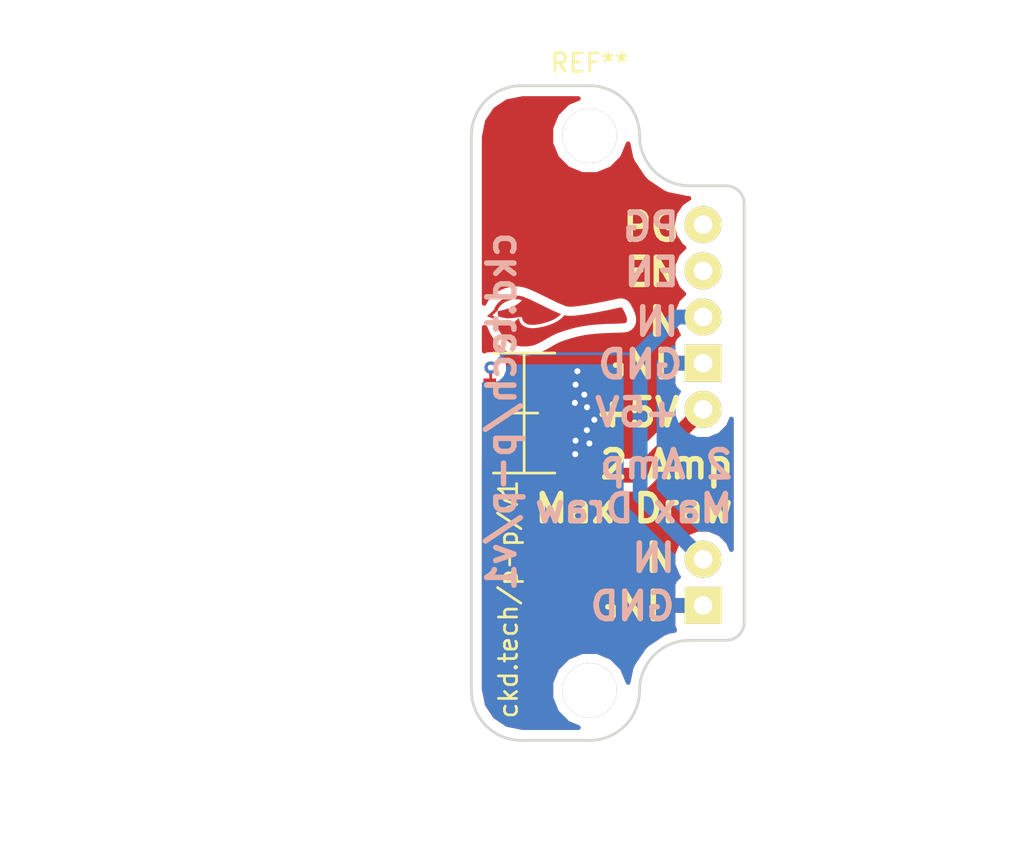
<source format=kicad_pcb>
(kicad_pcb (version 4) (host pcbnew "(2015-11-03 BZR 6296)-product")

  (general
    (links 22)
    (no_connects 11)
    (area 131.277143 85.19 186.701429 132.68)
    (thickness 1.6)
    (drawings 40)
    (tracks 90)
    (zones 0)
    (modules 6)
    (nets 6)
  )

  (page USLetter)
  (layers
    (0 F.Cu signal)
    (31 B.Cu signal)
    (32 B.Adhes user)
    (33 F.Adhes user)
    (34 B.Paste user)
    (35 F.Paste user)
    (36 B.SilkS user)
    (37 F.SilkS user)
    (38 B.Mask user)
    (39 F.Mask user)
    (40 Dwgs.User user)
    (41 Cmts.User user)
    (42 Eco1.User user)
    (43 Eco2.User user)
    (44 Edge.Cuts user)
    (45 Margin user)
    (46 B.CrtYd user)
    (47 F.CrtYd user)
    (48 B.Fab user)
    (49 F.Fab user)
  )

  (setup
    (last_trace_width 0.25)
    (user_trace_width 0.1524)
    (user_trace_width 0.8128)
    (trace_clearance 0.1524)
    (zone_clearance 0.5)
    (zone_45_only no)
    (trace_min 0.1524)
    (segment_width 0.15)
    (edge_width 0.15)
    (via_size 0.6)
    (via_drill 0.4)
    (via_min_size 0.3302)
    (via_min_drill 0.3)
    (user_via 0.6858 0.3302)
    (uvia_size 0.3)
    (uvia_drill 0.1)
    (uvias_allowed no)
    (uvia_min_size 0.2)
    (uvia_min_drill 0.1)
    (pcb_text_width 0.3)
    (pcb_text_size 1.5 1.5)
    (mod_edge_width 0.15)
    (mod_text_size 1 1)
    (mod_text_width 0.15)
    (pad_size 2.032 2.032)
    (pad_drill 1.016)
    (pad_to_mask_clearance 0.2)
    (aux_axis_origin 0 0)
    (visible_elements FFFEFF7D)
    (pcbplotparams
      (layerselection 0x010f0_80000001)
      (usegerberextensions true)
      (excludeedgelayer true)
      (linewidth 0.100000)
      (plotframeref false)
      (viasonmask false)
      (mode 1)
      (useauxorigin false)
      (hpglpennumber 1)
      (hpglpenspeed 20)
      (hpglpendiameter 15)
      (hpglpenoverlay 2)
      (psnegative false)
      (psa4output false)
      (plotreference true)
      (plotvalue true)
      (plotinvisibletext false)
      (padsonsilk false)
      (subtractmaskfromsilk false)
      (outputformat 1)
      (mirror false)
      (drillshape 0)
      (scaleselection 1)
      (outputdirectory gerber))
  )

  (net 0 "")
  (net 1 +5V)
  (net 2 GNDPWR)
  (net 3 +BATT)
  (net 4 "Net-(P2-Pad1)")
  (net 5 "Net-(P2-Pad2)")

  (net_class Default "This is the default net class."
    (clearance 0.1524)
    (trace_width 0.25)
    (via_dia 0.6)
    (via_drill 0.4)
    (uvia_dia 0.3)
    (uvia_drill 0.1)
    (add_net +5V)
    (add_net +BATT)
    (add_net GNDPWR)
    (add_net "Net-(P2-Pad1)")
    (add_net "Net-(P2-Pad2)")
  )

  (net_class "Expansion Power" ""
    (clearance 0.2)
    (trace_width 0.5)
    (via_dia 0.6)
    (via_drill 0.4)
    (uvia_dia 0.3)
    (uvia_drill 0.1)
  )

  (net_class OSHPark ""
    (clearance 0.1524)
    (trace_width 0.1524)
    (via_dia 0.6858)
    (via_drill 0.3302)
    (uvia_dia 0.3)
    (uvia_drill 0.1)
  )

  (module Pin_Headers:Pin_Header_Straight_1x05 (layer F.Cu) (tedit 56444AE7) (tstamp 564441B2)
    (at 169.49 97.64)
    (descr "Through hole pin header")
    (tags "pin header")
    (path /56443F27)
    (fp_text reference P2 (at 0 -5.1) (layer F.SilkS) hide
      (effects (font (size 1 1) (thickness 0.15)))
    )
    (fp_text value CONN_01X05 (at 0 -3.1) (layer F.Fab)
      (effects (font (size 1 1) (thickness 0.15)))
    )
    (fp_line (start -1.75 -1.75) (end -1.75 11.95) (layer F.CrtYd) (width 0.05))
    (fp_line (start 1.75 -1.75) (end 1.75 11.95) (layer F.CrtYd) (width 0.05))
    (fp_line (start -1.75 -1.75) (end 1.75 -1.75) (layer F.CrtYd) (width 0.05))
    (fp_line (start -1.75 11.95) (end 1.75 11.95) (layer F.CrtYd) (width 0.05))
    (pad 1 thru_hole oval (at 0 0) (size 2.032 2.032) (drill 1.016) (layers *.Cu *.Mask F.SilkS)
      (net 4 "Net-(P2-Pad1)"))
    (pad 2 thru_hole circle (at 0 2.54) (size 2.032 2.032) (drill 1.016) (layers *.Cu *.Mask F.SilkS)
      (net 5 "Net-(P2-Pad2)"))
    (pad 3 thru_hole circle (at 0 5.08) (size 2.032 2.032) (drill 1.016) (layers *.Cu *.Mask F.SilkS)
      (net 3 +BATT))
    (pad 4 thru_hole rect (at 0 7.62) (size 2.032 2.032) (drill 1.016) (layers *.Cu *.Mask F.SilkS)
      (net 2 GNDPWR))
    (pad 5 thru_hole circle (at 0 10.16) (size 2.032 2.032) (drill 1.016) (layers *.Cu *.Mask F.SilkS)
      (net 1 +5V))
    (model Pin_Headers.3dshapes/Pin_Header_Straight_1x05.wrl
      (at (xyz 0 -0.2 0))
      (scale (xyz 1 1 1))
      (rotate (xyz 0 0 90))
    )
  )

  (module Pin_Headers:Pin_Header_Straight_1x02 (layer F.Cu) (tedit 56444586) (tstamp 564441B8)
    (at 169.49 116.04)
    (descr "Through hole pin header")
    (tags "pin header")
    (path /56443F4D)
    (fp_text reference P3 (at 0 -5.1) (layer F.SilkS) hide
      (effects (font (size 1 1) (thickness 0.15)))
    )
    (fp_text value CONN_01X02 (at 0 -3.1) (layer F.Fab)
      (effects (font (size 1 1) (thickness 0.15)))
    )
    (fp_line (start -1.75 -1.75) (end -1.75 4.3) (layer F.CrtYd) (width 0.05))
    (fp_line (start 1.75 -1.75) (end 1.75 4.3) (layer F.CrtYd) (width 0.05))
    (fp_line (start -1.75 -1.75) (end 1.75 -1.75) (layer F.CrtYd) (width 0.05))
    (fp_line (start -1.75 4.3) (end 1.75 4.3) (layer F.CrtYd) (width 0.05))
    (pad 1 thru_hole circle (at 0 0) (size 2.032 2.032) (drill 1.016) (layers *.Cu *.Mask F.SilkS)
      (net 3 +BATT))
    (pad 2 thru_hole rect (at 0 2.54) (size 2.032 2.032) (drill 1.016) (layers *.Cu *.Mask F.SilkS)
      (net 2 GNDPWR))
    (model Pin_Headers.3dshapes/Pin_Header_Straight_1x02.wrl
      (at (xyz 0 -0.05 0))
      (scale (xyz 1 1 1))
      (rotate (xyz 0 0 90))
    )
  )

  (module Mounting_Holes:MountingHole_3mm locked (layer F.Cu) (tedit 564449F9) (tstamp 5637D813)
    (at 163.25 123.25)
    (descr "Mounting hole, Befestigungsbohrung, 3mm, No Annular, Kein Restring,")
    (tags "Mounting hole, Befestigungsbohrung, 3mm, No Annular, Kein Restring,")
    (fp_text reference REF** (at 0 -4.0005) (layer F.SilkS) hide
      (effects (font (size 1 1) (thickness 0.15)))
    )
    (fp_text value MountingHole_3mm (at 1.00076 5.00126) (layer F.Fab) hide
      (effects (font (size 1 1) (thickness 0.15)))
    )
    (fp_circle (center 0 0) (end 3 0) (layer Cmts.User) (width 0.381))
    (pad 1 thru_hole circle (at 0 0) (size 3 3) (drill 3) (layers))
  )

  (module Mounting_Holes:MountingHole_3mm locked (layer F.Cu) (tedit 5626B7EF) (tstamp 56251307)
    (at 163.25 92.75)
    (descr "Mounting hole, Befestigungsbohrung, 3mm, No Annular, Kein Restring,")
    (tags "Mounting hole, Befestigungsbohrung, 3mm, No Annular, Kein Restring,")
    (fp_text reference REF** (at 0 -4.0005) (layer F.SilkS)
      (effects (font (size 1 1) (thickness 0.15)))
    )
    (fp_text value MountingHole_3mm (at 1.00076 5.00126) (layer F.Fab) hide
      (effects (font (size 1 1) (thickness 0.15)))
    )
    (fp_circle (center 0 0) (end 3 0) (layer Cmts.User) (width 0.381))
    (pad 1 thru_hole circle (at 0 0) (size 3 3) (drill 3) (layers))
  )

  (module hirose-df40:DF40-1.5mm-20pin-Receptacle (layer F.Cu) (tedit 56444AE0) (tstamp 564788EA)
    (at 159.65 108)
    (path /56443A8C)
    (fp_text reference P1 (at 0 4.82) (layer F.SilkS) hide
      (effects (font (size 1 1) (thickness 0.15)))
    )
    (fp_text value CONN_02X10 (at 4.27 -0.02 90) (layer F.Fab)
      (effects (font (size 1 1) (thickness 0.15)))
    )
    (fp_line (start -1.69 -3.3) (end 1.69 -3.3) (layer F.SilkS) (width 0.15))
    (fp_line (start -0.75 0) (end 0.75 0) (layer F.SilkS) (width 0.15))
    (fp_line (start 0 -3.3) (end 0 3.3) (layer F.SilkS) (width 0.15))
    (fp_line (start -1.69 3.3) (end 1.69 3.3) (layer F.SilkS) (width 0.15))
    (pad 1 smd rect (at -1.89 1.8) (size 0.7 0.2) (layers F.Cu F.Paste F.Mask)
      (net 1 +5V))
    (pad 2 smd rect (at 1.89 1.8) (size 0.7 0.2) (layers F.Cu F.Paste F.Mask)
      (net 2 GNDPWR))
    (pad 3 smd rect (at -1.89 1.4) (size 0.7 0.2) (layers F.Cu F.Paste F.Mask)
      (net 1 +5V))
    (pad 4 smd rect (at 1.89 1.4) (size 0.7 0.2) (layers F.Cu F.Paste F.Mask)
      (net 2 GNDPWR))
    (pad 5 smd rect (at -1.89 1) (size 0.7 0.2) (layers F.Cu F.Paste F.Mask)
      (net 1 +5V))
    (pad 6 smd rect (at 1.89 1) (size 0.7 0.2) (layers F.Cu F.Paste F.Mask)
      (net 2 GNDPWR))
    (pad 7 smd rect (at -1.89 0.6) (size 0.7 0.2) (layers F.Cu F.Paste F.Mask)
      (net 1 +5V))
    (pad 8 smd rect (at 1.89 0.6) (size 0.7 0.2) (layers F.Cu F.Paste F.Mask)
      (net 2 GNDPWR))
    (pad 9 smd rect (at -1.89 0.2) (size 0.7 0.2) (layers F.Cu F.Paste F.Mask)
      (net 1 +5V))
    (pad 10 smd rect (at 1.89 0.2) (size 0.7 0.2) (layers F.Cu F.Paste F.Mask)
      (net 2 GNDPWR))
    (pad 11 smd rect (at -1.89 -0.2) (size 0.7 0.2) (layers F.Cu F.Paste F.Mask)
      (net 1 +5V))
    (pad 12 smd rect (at 1.89 -0.2) (size 0.7 0.2) (layers F.Cu F.Paste F.Mask)
      (net 2 GNDPWR))
    (pad 13 smd rect (at -1.89 -0.6) (size 0.7 0.2) (layers F.Cu F.Paste F.Mask)
      (net 1 +5V))
    (pad 14 smd rect (at 1.89 -0.6) (size 0.7 0.2) (layers F.Cu F.Paste F.Mask)
      (net 2 GNDPWR))
    (pad 15 smd rect (at -1.89 -1) (size 0.7 0.2) (layers F.Cu F.Paste F.Mask)
      (net 1 +5V))
    (pad 16 smd rect (at 1.89 -1) (size 0.7 0.2) (layers F.Cu F.Paste F.Mask)
      (net 2 GNDPWR))
    (pad 17 smd rect (at -1.89 -1.4) (size 0.7 0.2) (layers F.Cu F.Paste F.Mask)
      (net 1 +5V))
    (pad 18 smd rect (at 1.89 -1.4) (size 0.7 0.2) (layers F.Cu F.Paste F.Mask)
      (net 2 GNDPWR))
    (pad 19 smd rect (at -1.89 -1.8) (size 0.7 0.2) (layers F.Cu F.Paste F.Mask)
      (net 3 +BATT))
    (pad 20 smd rect (at 1.89 -1.8) (size 0.7 0.2) (layers F.Cu F.Paste F.Mask)
      (net 2 GNDPWR))
  )

  (module chickadee:chickadee_3mm_fcu (layer F.Cu) (tedit 0) (tstamp 56444BBA)
    (at 161.43 102.94)
    (fp_text reference G*** (at 0 0) (layer F.SilkS) hide
      (effects (font (thickness 0.3)))
    )
    (fp_text value "Chickadee 3mm" (at 0.75 0) (layer F.SilkS) hide
      (effects (font (thickness 0.3)))
    )
    (fp_poly (pts (xy -2.190577 -1.394931) (xy -2.158906 -1.394428) (xy -2.131275 -1.393379) (xy -2.106176 -1.39166)
      (xy -2.082107 -1.389149) (xy -2.057561 -1.385724) (xy -2.031033 -1.38126) (xy -2.009069 -1.377185)
      (xy -1.950214 -1.364422) (xy -1.889117 -1.348355) (xy -1.828664 -1.329818) (xy -1.77174 -1.309646)
      (xy -1.760361 -1.305223) (xy -1.717183 -1.28803) (xy -1.674808 -1.270892) (xy -1.63285 -1.25363)
      (xy -1.59092 -1.236063) (xy -1.548631 -1.218011) (xy -1.505596 -1.199293) (xy -1.461427 -1.179729)
      (xy -1.415735 -1.159138) (xy -1.368134 -1.137341) (xy -1.318236 -1.114156) (xy -1.265653 -1.089403)
      (xy -1.209997 -1.062901) (xy -1.150882 -1.034472) (xy -1.087918 -1.003933) (xy -1.02072 -0.971104)
      (xy -0.948898 -0.935806) (xy -0.872065 -0.897857) (xy -0.789834 -0.857077) (xy -0.701817 -0.813286)
      (xy -0.679097 -0.801963) (xy -0.600817 -0.763019) (xy -0.528298 -0.72712) (xy -0.461051 -0.694039)
      (xy -0.398585 -0.663552) (xy -0.340411 -0.635433) (xy -0.286038 -0.609455) (xy -0.234976 -0.585394)
      (xy -0.186735 -0.563022) (xy -0.140825 -0.542115) (xy -0.096756 -0.522447) (xy -0.054038 -0.503792)
      (xy -0.012181 -0.485924) (xy 0.029306 -0.468618) (xy 0.070912 -0.451647) (xy 0.113128 -0.434787)
      (xy 0.146403 -0.421719) (xy 0.169926 -0.412482) (xy 0.191319 -0.403963) (xy 0.209688 -0.396527)
      (xy 0.224143 -0.39054) (xy 0.233791 -0.386365) (xy 0.237732 -0.384376) (xy 0.237199 -0.380281)
      (xy 0.231987 -0.372263) (xy 0.222739 -0.361032) (xy 0.2101 -0.347296) (xy 0.194712 -0.331764)
      (xy 0.177219 -0.315145) (xy 0.164178 -0.303343) (xy 0.096199 -0.247242) (xy 0.021764 -0.193747)
      (xy -0.059006 -0.142914) (xy -0.145989 -0.0948) (xy -0.239062 -0.049462) (xy -0.338103 -0.006957)
      (xy -0.442991 0.032658) (xy -0.553602 0.069327) (xy -0.669815 0.102992) (xy -0.756708 0.125296)
      (xy -0.857303 0.148538) (xy -0.952291 0.167867) (xy -1.041919 0.183303) (xy -1.126439 0.194868)
      (xy -1.206099 0.20258) (xy -1.281149 0.206462) (xy -1.351837 0.206535) (xy -1.418413 0.202818)
      (xy -1.481126 0.195332) (xy -1.518918 0.18866) (xy -1.57955 0.173748) (xy -1.634906 0.154367)
      (xy -1.684914 0.13059) (xy -1.729501 0.102491) (xy -1.768596 0.070142) (xy -1.802127 0.033617)
      (xy -1.830021 -0.007012) (xy -1.852205 -0.051671) (xy -1.868608 -0.100287) (xy -1.879158 -0.152786)
      (xy -1.882097 -0.17906) (xy -1.882915 -0.190167) (xy -1.883851 -0.198302) (xy -1.885889 -0.204006)
      (xy -1.890009 -0.207822) (xy -1.897194 -0.21029) (xy -1.908425 -0.211954) (xy -1.924685 -0.213354)
      (xy -1.946955 -0.215033) (xy -1.947333 -0.215063) (xy -1.974885 -0.21729) (xy -1.996056 -0.219184)
      (xy -2.011509 -0.220834) (xy -2.021906 -0.222327) (xy -2.02791 -0.223751) (xy -2.030183 -0.225193)
      (xy -2.030082 -0.226026) (xy -2.032027 -0.227335) (xy -2.038861 -0.22756) (xy -2.048532 -0.226886)
      (xy -2.05899 -0.225503) (xy -2.068183 -0.223597) (xy -2.072569 -0.222141) (xy -2.078077 -0.220624)
      (xy -2.089384 -0.218164) (xy -2.105331 -0.214992) (xy -2.124759 -0.211335) (xy -2.146511 -0.207422)
      (xy -2.151944 -0.206471) (xy -2.23343 -0.192964) (xy -2.310846 -0.181591) (xy -2.386734 -0.172013)
      (xy -2.463633 -0.163891) (xy -2.487083 -0.161706) (xy -2.509513 -0.160112) (xy -2.536719 -0.158879)
      (xy -2.567348 -0.158007) (xy -2.600049 -0.157496) (xy -2.633471 -0.157348) (xy -2.666262 -0.157562)
      (xy -2.69707 -0.158139) (xy -2.724545 -0.15908) (xy -2.747334 -0.160385) (xy -2.760486 -0.161598)
      (xy -2.833314 -0.171253) (xy -2.904171 -0.18314) (xy -2.974932 -0.197651) (xy -3.047473 -0.215178)
      (xy -3.123669 -0.23611) (xy -3.139143 -0.240632) (xy -3.161757 -0.247425) (xy -3.178423 -0.252778)
      (xy -3.190018 -0.257041) (xy -3.197422 -0.260562) (xy -3.20151 -0.263691) (xy -3.202943 -0.266032)
      (xy -3.203909 -0.271145) (xy -3.205491 -0.282439) (xy -3.20759 -0.299075) (xy -3.210105 -0.320217)
      (xy -3.212937 -0.345025) (xy -3.215987 -0.372662) (xy -3.219082 -0.401608) (xy -3.222679 -0.435601)
      (xy -3.225565 -0.463243) (xy -3.227688 -0.485209) (xy -3.228999 -0.50217) (xy -3.229447 -0.514802)
      (xy -3.228982 -0.523777) (xy -3.227553 -0.52977) (xy -3.22511 -0.533453) (xy -3.221603 -0.535501)
      (xy -3.216982 -0.536587) (xy -3.211195 -0.537385) (xy -3.208909 -0.537717) (xy -3.197663 -0.539746)
      (xy -3.180611 -0.543203) (xy -3.158807 -0.547849) (xy -3.1333 -0.553445) (xy -3.105142 -0.559751)
      (xy -3.075385 -0.566529) (xy -3.045079 -0.573539) (xy -3.015275 -0.580543) (xy -2.987025 -0.5873)
      (xy -2.96138 -0.593573) (xy -2.942167 -0.598407) (xy -2.839538 -0.625766) (xy -2.743547 -0.653603)
      (xy -2.653787 -0.682055) (xy -2.569847 -0.711258) (xy -2.49132 -0.74135) (xy -2.417797 -0.772466)
      (xy -2.405944 -0.777787) (xy -2.33527 -0.81224) (xy -2.2633 -0.851978) (xy -2.191754 -0.895908)
      (xy -2.122352 -0.942934) (xy -2.05681 -0.991963) (xy -2.012597 -1.028214) (xy -1.994935 -1.043577)
      (xy -1.976602 -1.059988) (xy -1.958316 -1.076756) (xy -1.940794 -1.09319) (xy -1.924751 -1.108599)
      (xy -1.910905 -1.122291) (xy -1.899973 -1.133576) (xy -1.892671 -1.141762) (xy -1.889717 -1.146159)
      (xy -1.889781 -1.146632) (xy -1.895886 -1.149881) (xy -1.907863 -1.154203) (xy -1.924653 -1.159337)
      (xy -1.945199 -1.16502) (xy -1.968444 -1.170989) (xy -1.99333 -1.176981) (xy -2.018801 -1.182735)
      (xy -2.043799 -1.187987) (xy -2.067268 -1.192474) (xy -2.088148 -1.195935) (xy -2.088444 -1.195979)
      (xy -2.143487 -1.202523) (xy -2.197821 -1.205577) (xy -2.252961 -1.205107) (xy -2.310419 -1.201077)
      (xy -2.371711 -1.193452) (xy -2.401539 -1.188739) (xy -2.494796 -1.17015) (xy -2.584229 -1.146293)
      (xy -2.669623 -1.117275) (xy -2.750766 -1.083203) (xy -2.827443 -1.044182) (xy -2.899442 -1.000319)
      (xy -2.966549 -0.95172) (xy -3.028551 -0.898491) (xy -3.072051 -0.855085) (xy -3.114426 -0.806444)
      (xy -3.152464 -0.755667) (xy -3.185507 -0.70377) (xy -3.212895 -0.65177) (xy -3.230344 -0.610645)
      (xy -3.23532 -0.598231) (xy -3.239944 -0.588063) (xy -3.243211 -0.582348) (xy -3.246468 -0.579042)
      (xy -3.254369 -0.57133) (xy -3.266439 -0.559666) (xy -3.282207 -0.544504) (xy -3.301199 -0.526296)
      (xy -3.322943 -0.505496) (xy -3.346966 -0.482558) (xy -3.372795 -0.457935) (xy -3.391958 -0.439691)
      (xy -3.418659 -0.414263) (xy -3.443792 -0.390288) (xy -3.466896 -0.368206) (xy -3.487514 -0.34846)
      (xy -3.505187 -0.331487) (xy -3.519455 -0.31773) (xy -3.529861 -0.307629) (xy -3.535945 -0.301624)
      (xy -3.537393 -0.300078) (xy -3.534428 -0.298301) (xy -3.525616 -0.293948) (xy -3.511564 -0.287299)
      (xy -3.492877 -0.278632) (xy -3.470164 -0.268227) (xy -3.444028 -0.256363) (xy -3.415077 -0.243317)
      (xy -3.383917 -0.22937) (xy -3.376532 -0.226077) (xy -3.214874 -0.154058) (xy -3.198019 -0.093786)
      (xy -3.189906 -0.065801) (xy -3.180059 -0.033466) (xy -3.169084 0.001347) (xy -3.157589 0.036762)
      (xy -3.146183 0.070907) (xy -3.135473 0.101907) (xy -3.126489 0.126757) (xy -3.121041 0.140443)
      (xy -3.116521 0.148917) (xy -3.111864 0.153733) (xy -3.10617 0.156392) (xy -3.098868 0.157558)
      (xy -3.085547 0.158496) (xy -3.06724 0.159209) (xy -3.04498 0.159697) (xy -3.019799 0.159965)
      (xy -2.992731 0.160013) (xy -2.964808 0.159845) (xy -2.937063 0.159461) (xy -2.910528 0.158866)
      (xy -2.886237 0.15806) (xy -2.865223 0.157046) (xy -2.848681 0.155841) (xy -2.685739 0.138212)
      (xy -2.585861 0.124838) (xy -2.543141 0.1184) (xy -2.506322 0.1121) (xy -2.474266 0.105624)
      (xy -2.445833 0.098661) (xy -2.419884 0.090899) (xy -2.395279 0.082025) (xy -2.370878 0.071727)
      (xy -2.345543 0.059694) (xy -2.342444 0.058147) (xy -2.286885 0.026813) (xy -2.232336 -0.010789)
      (xy -2.179767 -0.053872) (xy -2.130148 -0.101647) (xy -2.089686 -0.146958) (xy -2.071653 -0.168681)
      (xy -2.069252 -0.143431) (xy -2.062225 -0.096009) (xy -2.050319 -0.046832) (xy -2.034198 0.002224)
      (xy -2.014523 0.049282) (xy -1.991958 0.092463) (xy -1.978281 0.114289) (xy -1.94066 0.164006)
      (xy -1.897859 0.209003) (xy -1.849963 0.249251) (xy -1.797063 0.284723) (xy -1.739243 0.315389)
      (xy -1.676594 0.341223) (xy -1.609201 0.362197) (xy -1.537152 0.378282) (xy -1.460535 0.389451)
      (xy -1.379438 0.395676) (xy -1.293947 0.396929) (xy -1.204152 0.393182) (xy -1.125361 0.386139)
      (xy -1.052218 0.376822) (xy -0.974125 0.364509) (xy -0.892379 0.349481) (xy -0.808276 0.332024)
      (xy -0.723113 0.312418) (xy -0.638187 0.290949) (xy -0.554795 0.267899) (xy -0.478014 0.244745)
      (xy -0.38054 0.212112) (xy -0.286214 0.17667) (xy -0.195387 0.138629) (xy -0.108408 0.098203)
      (xy -0.025628 0.0556) (xy 0.052604 0.011034) (xy 0.125937 -0.035286) (xy 0.194021 -0.083147)
      (xy 0.256506 -0.132339) (xy 0.313041 -0.18265) (xy 0.363278 -0.233869) (xy 0.406865 -0.285785)
      (xy 0.411516 -0.291897) (xy 0.421132 -0.304324) (xy 0.427892 -0.311896) (xy 0.432929 -0.315578)
      (xy 0.437377 -0.316336) (xy 0.439726 -0.315921) (xy 0.459163 -0.311612) (xy 0.48424 -0.30693)
      (xy 0.513568 -0.302078) (xy 0.545757 -0.297263) (xy 0.579415 -0.292687) (xy 0.613152 -0.288557)
      (xy 0.645578 -0.285077) (xy 0.656167 -0.284068) (xy 0.687905 -0.281538) (xy 0.719888 -0.279816)
      (xy 0.752791 -0.278933) (xy 0.78729 -0.27892) (xy 0.82406 -0.279806) (xy 0.863775 -0.281623)
      (xy 0.907113 -0.284401) (xy 0.954746 -0.288171) (xy 1.007352 -0.292963) (xy 1.065605 -0.298808)
      (xy 1.127125 -0.3054) (xy 1.216165 -0.315763) (xy 1.311639 -0.327982) (xy 1.413193 -0.341993)
      (xy 1.520469 -0.357731) (xy 1.633115 -0.375132) (xy 1.750774 -0.394133) (xy 1.873091 -0.414668)
      (xy 1.999712 -0.436674) (xy 2.13028 -0.460086) (xy 2.264441 -0.48484) (xy 2.40184 -0.510872)
      (xy 2.542121 -0.538118) (xy 2.68493 -0.566514) (xy 2.829911 -0.595994) (xy 2.976709 -0.626495)
      (xy 3.124969 -0.657954) (xy 3.274335 -0.690304) (xy 3.361972 -0.709592) (xy 3.406466 -0.719446)
      (xy 3.444684 -0.727733) (xy 3.477258 -0.73432) (xy 3.504823 -0.739072) (xy 3.528011 -0.741854)
      (xy 3.547455 -0.742532) (xy 3.563788 -0.740972) (xy 3.577642 -0.737038) (xy 3.589652 -0.730596)
      (xy 3.600449 -0.721512) (xy 3.610667 -0.709652) (xy 3.620938 -0.69488) (xy 3.631896 -0.677062)
      (xy 3.644174 -0.656064) (xy 3.648453 -0.648705) (xy 3.685722 -0.582928) (xy 3.720654 -0.517678)
      (xy 3.752855 -0.453786) (xy 3.781929 -0.392085) (xy 3.807481 -0.333406) (xy 3.829117 -0.278581)
      (xy 3.842982 -0.239141) (xy 3.858442 -0.186728) (xy 3.869158 -0.137816) (xy 3.875158 -0.092633)
      (xy 3.876469 -0.051406) (xy 3.873119 -0.014365) (xy 3.865134 0.018262) (xy 3.852543 0.046247)
      (xy 3.835372 0.069362) (xy 3.813649 0.087378) (xy 3.803124 0.093395) (xy 3.792991 0.098154)
      (xy 3.781941 0.102524) (xy 3.769615 0.106533) (xy 3.755657 0.110209) (xy 3.739709 0.113581)
      (xy 3.721413 0.116677) (xy 3.700414 0.119524) (xy 3.676352 0.122152) (xy 3.648872 0.124587)
      (xy 3.617615 0.126859) (xy 3.582225 0.128995) (xy 3.542343 0.131023) (xy 3.497613 0.132973)
      (xy 3.447677 0.134871) (xy 3.392178 0.136746) (xy 3.330759 0.138626) (xy 3.263062 0.14054)
      (xy 3.188731 0.142515) (xy 3.175 0.142869) (xy 3.052923 0.146207) (xy 2.937344 0.149786)
      (xy 2.827707 0.153639) (xy 2.723456 0.157794) (xy 2.624037 0.162284) (xy 2.528895 0.167138)
      (xy 2.437474 0.172388) (xy 2.349219 0.178064) (xy 2.263574 0.184196) (xy 2.179985 0.190816)
      (xy 2.097897 0.197954) (xy 2.016754 0.20564) (xy 1.989667 0.208345) (xy 1.860967 0.222177)
      (xy 1.736502 0.237273) (xy 1.615523 0.253805) (xy 1.497281 0.271941) (xy 1.381028 0.291851)
      (xy 1.266016 0.313705) (xy 1.151496 0.337671) (xy 1.036721 0.36392) (xy 0.920941 0.39262)
      (xy 0.803408 0.423942) (xy 0.683373 0.458054) (xy 0.56009 0.495127) (xy 0.432808 0.535329)
      (xy 0.30078 0.57883) (xy 0.195792 0.614551) (xy 0.145932 0.632059) (xy 0.0984 0.649485)
      (xy 0.052527 0.66715) (xy 0.007643 0.685374) (xy -0.03692 0.704476) (xy -0.081833 0.724779)
      (xy -0.127765 0.746601) (xy -0.175385 0.770263) (xy -0.225363 0.796085) (xy -0.278367 0.824388)
      (xy -0.335068 0.855492) (xy -0.396135 0.889717) (xy -0.462237 0.927384) (xy -0.483306 0.939493)
      (xy -0.541927 0.973223) (xy -0.594898 1.003651) (xy -0.642666 1.031025) (xy -0.685679 1.055591)
      (xy -0.724384 1.077596) (xy -0.759229 1.097287) (xy -0.790662 1.11491) (xy -0.81913 1.130714)
      (xy -0.845081 1.144944) (xy -0.868963 1.157848) (xy -0.891223 1.169672) (xy -0.912308 1.180664)
      (xy -0.932668 1.19107) (xy -0.952748 1.201138) (xy -0.972997 1.211113) (xy -0.993862 1.221244)
      (xy -0.995694 1.222128) (xy -1.063133 1.253565) (xy -1.12675 1.280819) (xy -1.187918 1.304282)
      (xy -1.248008 1.324345) (xy -1.308391 1.341402) (xy -1.37044 1.355844) (xy -1.435526 1.368064)
      (xy -1.505022 1.378454) (xy -1.569861 1.386279) (xy -1.610848 1.390039) (xy -1.656794 1.392999)
      (xy -1.705642 1.395105) (xy -1.755337 1.396301) (xy -1.803821 1.396532) (xy -1.849038 1.395744)
      (xy -1.878542 1.394508) (xy -1.958088 1.387865) (xy -2.038544 1.376743) (xy -2.118722 1.361443)
      (xy -2.197433 1.342263) (xy -2.273489 1.319501) (xy -2.345702 1.293456) (xy -2.412884 1.264427)
      (xy -2.430992 1.255625) (xy -2.511972 1.211372) (xy -2.591194 1.160408) (xy -2.668518 1.102893)
      (xy -2.743805 1.038983) (xy -2.816914 0.968836) (xy -2.887705 0.89261) (xy -2.95604 0.810463)
      (xy -3.021777 0.722552) (xy -3.084778 0.629036) (xy -3.144903 0.53007) (xy -3.202011 0.425814)
      (xy -3.247103 0.335201) (xy -3.265441 0.295287) (xy -3.283063 0.253922) (xy -3.300474 0.209814)
      (xy -3.318181 0.161672) (xy -3.33669 0.108204) (xy -3.341035 0.09525) (xy -3.348704 0.071804)
      (xy -3.356807 0.046214) (xy -3.364992 0.019673) (xy -3.372907 -0.006627) (xy -3.380199 -0.031492)
      (xy -3.386515 -0.053731) (xy -3.391504 -0.072152) (xy -3.394813 -0.08556) (xy -3.395622 -0.089442)
      (xy -3.397791 -0.101004) (xy -3.602405 -0.183572) (xy -3.638385 -0.198117) (xy -3.672393 -0.211915)
      (xy -3.703868 -0.224734) (xy -3.732252 -0.236346) (xy -3.756986 -0.24652) (xy -3.77751 -0.255026)
      (xy -3.793266 -0.261633) (xy -3.803693 -0.266111) (xy -3.808232 -0.268231) (xy -3.808381 -0.268344)
      (xy -3.80604 -0.270994) (xy -3.798838 -0.27795) (xy -3.787188 -0.288837) (xy -3.771505 -0.303276)
      (xy -3.752203 -0.320892) (xy -3.729696 -0.341306) (xy -3.704399 -0.364141) (xy -3.676726 -0.389021)
      (xy -3.647091 -0.415568) (xy -3.621714 -0.438231) (xy -3.585698 -0.47036) (xy -3.554584 -0.498154)
      (xy -3.528002 -0.521967) (xy -3.505585 -0.542152) (xy -3.486962 -0.559065) (xy -3.471765 -0.573058)
      (xy -3.459624 -0.584487) (xy -3.45017 -0.593706) (xy -3.443035 -0.601069) (xy -3.437848 -0.606929)
      (xy -3.434241 -0.611642) (xy -3.431844 -0.615561) (xy -3.430288 -0.619041) (xy -3.429205 -0.622435)
      (xy -3.429021 -0.623103) (xy -3.422612 -0.643652) (xy -3.41351 -0.668602) (xy -3.40244 -0.696184)
      (xy -3.390126 -0.724625) (xy -3.377295 -0.752157) (xy -3.3707 -0.765446) (xy -3.338251 -0.823655)
      (xy -3.301023 -0.87978) (xy -3.258334 -0.934751) (xy -3.209501 -0.989498) (xy -3.196358 -1.003151)
      (xy -3.140849 -1.05669) (xy -3.083569 -1.105173) (xy -3.023315 -1.149469) (xy -2.958883 -1.190443)
      (xy -2.889069 -1.228963) (xy -2.868083 -1.23958) (xy -2.800029 -1.271452) (xy -2.732015 -1.299287)
      (xy -2.662813 -1.323459) (xy -2.591193 -1.344341) (xy -2.515928 -1.362308) (xy -2.435788 -1.377732)
      (xy -2.38932 -1.385248) (xy -2.369484 -1.388168) (xy -2.352156 -1.390434) (xy -2.335939 -1.39213)
      (xy -2.319438 -1.393341) (xy -2.301258 -1.394152) (xy -2.280002 -1.394645) (xy -2.254276 -1.394906)
      (xy -2.227792 -1.395009) (xy -2.190577 -1.394931)) (layer F.Cu) (width 0.01))
    (fp_poly (pts (xy -2.158969 -1.476897) (xy -2.121134 -1.475122) (xy -2.085237 -1.47205) (xy -2.049588 -1.467549)
      (xy -2.012501 -1.461488) (xy -1.987463 -1.456774) (xy -1.950495 -1.449127) (xy -1.91523 -1.440944)
      (xy -1.880622 -1.431892) (xy -1.845624 -1.421636) (xy -1.809191 -1.409844) (xy -1.770278 -1.396182)
      (xy -1.727839 -1.380316) (xy -1.680827 -1.361912) (xy -1.645263 -1.347594) (xy -1.598042 -1.328195)
      (xy -1.550102 -1.308057) (xy -1.501041 -1.286989) (xy -1.450453 -1.264801) (xy -1.397934 -1.241305)
      (xy -1.343079 -1.216311) (xy -1.285486 -1.189628) (xy -1.224749 -1.161068) (xy -1.160464 -1.130441)
      (xy -1.092227 -1.097558) (xy -1.019635 -1.062228) (xy -0.942281 -1.024263) (xy -0.859764 -0.983472)
      (xy -0.771677 -0.939667) (xy -0.713915 -0.910823) (xy -0.632201 -0.870036) (xy -0.556268 -0.832302)
      (xy -0.485642 -0.797404) (xy -0.419851 -0.765125) (xy -0.358423 -0.735248) (xy -0.300885 -0.707556)
      (xy -0.246765 -0.681833) (xy -0.195591 -0.657862) (xy -0.146889 -0.635425) (xy -0.100189 -0.614305)
      (xy -0.055018 -0.594286) (xy -0.010903 -0.575152) (xy 0.032629 -0.556684) (xy 0.076049 -0.538666)
      (xy 0.119829 -0.520881) (xy 0.164443 -0.503112) (xy 0.210363 -0.485143) (xy 0.227542 -0.478491)
      (xy 0.251524 -0.469207) (xy 0.273788 -0.460545) (xy 0.293348 -0.452891) (xy 0.309219 -0.446634)
      (xy 0.320414 -0.44216) (xy 0.325784 -0.43993) (xy 0.335832 -0.435427) (xy 0.320698 -0.416151)
      (xy 0.308889 -0.402098) (xy 0.29292 -0.384518) (xy 0.273921 -0.364551) (xy 0.253023 -0.343337)
      (xy 0.231357 -0.322014) (xy 0.210055 -0.301723) (xy 0.190246 -0.283603) (xy 0.181681 -0.27608)
      (xy 0.106102 -0.214961) (xy 0.024352 -0.156762) (xy -0.063253 -0.101625) (xy -0.156399 -0.049694)
      (xy -0.254769 -0.001114) (xy -0.358048 0.043973) (xy -0.465921 0.085422) (xy -0.578072 0.123091)
      (xy -0.694186 0.156835) (xy -0.813946 0.18651) (xy -0.853722 0.195281) (xy -0.912747 0.207567)
      (xy -0.966586 0.218013) (xy -1.016795 0.226877) (xy -1.064926 0.234413) (xy -1.112531 0.240877)
      (xy -1.161165 0.246526) (xy -1.171222 0.247588) (xy -1.191268 0.249185) (xy -1.216488 0.250438)
      (xy -1.245561 0.251348) (xy -1.277167 0.251913) (xy -1.309986 0.252134) (xy -1.342697 0.252011)
      (xy -1.37398 0.251543) (xy -1.402515 0.25073) (xy -1.426981 0.249572) (xy -1.446059 0.248069)
      (xy -1.449917 0.247629) (xy -1.520413 0.236359) (xy -1.585332 0.220777) (xy -1.644686 0.200875)
      (xy -1.698489 0.176642) (xy -1.746754 0.148071) (xy -1.789494 0.115152) (xy -1.826725 0.077875)
      (xy -1.858458 0.036233) (xy -1.884708 -0.009784) (xy -1.904186 -0.056444) (xy -1.913436 -0.084664)
      (xy -1.92005 -0.11021) (xy -1.924389 -0.13533) (xy -1.926811 -0.162274) (xy -1.927677 -0.19329)
      (xy -1.927689 -0.20331) (xy -1.927494 -0.260217) (xy -1.950459 -0.26257) (xy -1.973423 -0.264922)
      (xy -2.023181 -0.23099) (xy -2.022739 -0.181641) (xy -2.018754 -0.12341) (xy -2.007973 -0.066659)
      (xy -1.990573 -0.011805) (xy -1.966733 0.040732) (xy -1.936631 0.090536) (xy -1.900446 0.137188)
      (xy -1.875226 0.164155) (xy -1.83459 0.201) (xy -1.79086 0.233371) (xy -1.743528 0.261491)
      (xy -1.692089 0.285584) (xy -1.636034 0.305873) (xy -1.574857 0.322584) (xy -1.508052 0.335938)
      (xy -1.474611 0.341113) (xy -1.453545 0.343389) (xy -1.426697 0.345185) (xy -1.395325 0.3465)
      (xy -1.360685 0.347334) (xy -1.324034 0.347688) (xy -1.286631 0.347562) (xy -1.249731 0.346956)
      (xy -1.214593 0.34587) (xy -1.182474 0.344303) (xy -1.15463 0.342257) (xy -1.143 0.341088)
      (xy -1.028753 0.325915) (xy -0.913621 0.306055) (xy -0.798476 0.28177) (xy -0.684191 0.253321)
      (xy -0.571641 0.220969) (xy -0.461697 0.184975) (xy -0.355234 0.1456) (xy -0.253124 0.103106)
      (xy -0.15624 0.057754) (xy -0.101392 0.029498) (xy -0.018282 -0.017249) (xy 0.060658 -0.066369)
      (xy 0.134981 -0.117513) (xy 0.204241 -0.170332) (xy 0.267993 -0.224478) (xy 0.325791 -0.279603)
      (xy 0.377188 -0.335357) (xy 0.39888 -0.36152) (xy 0.413589 -0.379428) (xy 0.424647 -0.391741)
      (xy 0.432321 -0.398733) (xy 0.436878 -0.400678) (xy 0.437106 -0.400627) (xy 0.451682 -0.396988)
      (xy 0.472129 -0.392861) (xy 0.497296 -0.388412) (xy 0.526029 -0.383807) (xy 0.557174 -0.379213)
      (xy 0.589579 -0.374796) (xy 0.622091 -0.370724) (xy 0.653556 -0.367163) (xy 0.682821 -0.36428)
      (xy 0.696736 -0.363107) (xy 0.726996 -0.36137) (xy 0.760509 -0.360689) (xy 0.797721 -0.361091)
      (xy 0.839075 -0.362602) (xy 0.885017 -0.36525) (xy 0.935991 -0.369062) (xy 0.992441 -0.374063)
      (xy 1.054812 -0.380281) (xy 1.123548 -0.387744) (xy 1.144764 -0.390147) (xy 1.242696 -0.401961)
      (xy 1.34711 -0.415747) (xy 1.457726 -0.431456) (xy 1.574267 -0.449038) (xy 1.696454 -0.468441)
      (xy 1.824011 -0.489614) (xy 1.956657 -0.512508) (xy 2.094117 -0.537072) (xy 2.23611 -0.563254)
      (xy 2.38236 -0.591005) (xy 2.532588 -0.620273) (xy 2.686517 -0.651009) (xy 2.843867 -0.68316)
      (xy 3.004361 -0.716678) (xy 3.167721 -0.751511) (xy 3.333669 -0.787608) (xy 3.361972 -0.793834)
      (xy 3.393505 -0.800732) (xy 3.423573 -0.807213) (xy 3.451326 -0.813101) (xy 3.475913 -0.81822)
      (xy 3.496484 -0.822393) (xy 3.512186 -0.825444) (xy 3.52217 -0.827196) (xy 3.52425 -0.82748)
      (xy 3.551629 -0.827397) (xy 3.580597 -0.821802) (xy 3.609337 -0.81136) (xy 3.636032 -0.796737)
      (xy 3.658863 -0.7786) (xy 3.659577 -0.777903) (xy 3.670334 -0.765542) (xy 3.683559 -0.747416)
      (xy 3.698873 -0.724218) (xy 3.715898 -0.696638) (xy 3.734253 -0.665367) (xy 3.753562 -0.631098)
      (xy 3.773444 -0.594521) (xy 3.793521 -0.556329) (xy 3.813415 -0.517211) (xy 3.832747 -0.477861)
      (xy 3.851137 -0.438969) (xy 3.868208 -0.401226) (xy 3.876938 -0.381112) (xy 3.904418 -0.312172)
      (xy 3.926295 -0.247247) (xy 3.942564 -0.186369) (xy 3.95322 -0.129572) (xy 3.958258 -0.076888)
      (xy 3.957674 -0.02835) (xy 3.951462 0.016008) (xy 3.940303 0.054355) (xy 3.930721 0.074617)
      (xy 3.917158 0.09653) (xy 3.901359 0.117628) (xy 3.885072 0.135441) (xy 3.879089 0.14086)
      (xy 3.8637 0.152771) (xy 3.847081 0.163287) (xy 3.828689 0.172518) (xy 3.807978 0.180574)
      (xy 3.784406 0.187565) (xy 3.757427 0.193602) (xy 3.726498 0.198794) (xy 3.691074 0.203252)
      (xy 3.650612 0.207086) (xy 3.604567 0.210405) (xy 3.552396 0.213321) (xy 3.511903 0.215182)
      (xy 3.492132 0.215961) (xy 3.466304 0.216876) (xy 3.435416 0.217897) (xy 3.400464 0.218994)
      (xy 3.362446 0.220137) (xy 3.322357 0.221294) (xy 3.281195 0.222437) (xy 3.239956 0.223534)
      (xy 3.219097 0.22407) (xy 3.113132 0.226865) (xy 3.013623 0.229728) (xy 2.919971 0.232688)
      (xy 2.831576 0.235774) (xy 2.74784 0.239016) (xy 2.668162 0.242444) (xy 2.591944 0.246086)
      (xy 2.518587 0.249972) (xy 2.447491 0.254132) (xy 2.378056 0.258595) (xy 2.309683 0.26339)
      (xy 2.241774 0.268548) (xy 2.173729 0.274096) (xy 2.137833 0.277168) (xy 1.985425 0.291484)
      (xy 1.838916 0.307501) (xy 1.697314 0.325426) (xy 1.559629 0.345462) (xy 1.424869 0.367813)
      (xy 1.292042 0.392686) (xy 1.160156 0.420283) (xy 1.028221 0.450811) (xy 0.895244 0.484473)
      (xy 0.760234 0.521474) (xy 0.622199 0.562018) (xy 0.480149 0.606311) (xy 0.372181 0.641516)
      (xy 0.315529 0.660415) (xy 0.263101 0.678181) (xy 0.214324 0.695079) (xy 0.168627 0.711377)
      (xy 0.125437 0.72734) (xy 0.084184 0.743235) (xy 0.044295 0.759327) (xy 0.005199 0.775884)
      (xy -0.033675 0.79317) (xy -0.072901 0.811452) (xy -0.113048 0.830997) (xy -0.15469 0.852071)
      (xy -0.198398 0.874939) (xy -0.244743 0.899869) (xy -0.294297 0.927125) (xy -0.347632 0.956975)
      (xy -0.40532 0.989684) (xy -0.467932 1.025519) (xy -0.532694 1.062815) (xy -0.582887 1.091743)
      (xy -0.627657 1.11745) (xy -0.667661 1.140298) (xy -0.703555 1.160648) (xy -0.735994 1.178863)
      (xy -0.765635 1.195303) (xy -0.793134 1.21033) (xy -0.819147 1.224307) (xy -0.84433 1.237594)
      (xy -0.869338 1.250554) (xy -0.894828 1.263549) (xy -0.917222 1.27482) (xy -0.982539 1.306741)
      (xy -1.043326 1.334702) (xy -1.100631 1.359064) (xy -1.155499 1.380188) (xy -1.208978 1.398436)
      (xy -1.262115 1.414169) (xy -1.315957 1.427748) (xy -1.371551 1.439537) (xy -1.419025 1.448094)
      (xy -1.478301 1.457475) (xy -1.532886 1.464849) (xy -1.584804 1.470377) (xy -1.636074 1.474223)
      (xy -1.688721 1.47655) (xy -1.744766 1.477522) (xy -1.783292 1.477509) (xy -1.80988 1.477309)
      (xy -1.834924 1.477051) (xy -1.85733 1.476751) (xy -1.876003 1.476426) (xy -1.889851 1.476092)
      (xy -1.897777 1.475767) (xy -1.897944 1.475755) (xy -1.988991 1.46674) (xy -2.0788 1.453096)
      (xy -2.166515 1.435042) (xy -2.251282 1.412798) (xy -2.332244 1.386583) (xy -2.408545 1.356619)
      (xy -2.466209 1.329817) (xy -2.552043 1.282919) (xy -2.63567 1.229377) (xy -2.717012 1.169273)
      (xy -2.795994 1.10269) (xy -2.872539 1.029708) (xy -2.946571 0.950411) (xy -3.018015 0.864879)
      (xy -3.086793 0.773196) (xy -3.152829 0.675442) (xy -3.216048 0.571701) (xy -3.276373 0.462053)
      (xy -3.2807 0.453746) (xy -3.317707 0.378734) (xy -3.352221 0.300989) (xy -3.3846 0.21958)
      (xy -3.415202 0.133574) (xy -3.444388 0.042039) (xy -3.46089 -0.014242) (xy -3.468457 -0.040831)
      (xy -3.714194 -0.139956) (xy -3.753671 -0.155931) (xy -3.791187 -0.171209) (xy -3.826234 -0.185578)
      (xy -3.858306 -0.198827) (xy -3.886898 -0.210743) (xy -3.911502 -0.221113) (xy -3.931612 -0.229726)
      (xy -3.946722 -0.23637) (xy -3.956326 -0.240832) (xy -3.959917 -0.242899) (xy -3.959931 -0.242945)
      (xy -3.957356 -0.245822) (xy -3.949885 -0.253035) (xy -3.937902 -0.264238) (xy -3.921787 -0.279083)
      (xy -3.901922 -0.297224) (xy -3.87869 -0.318314) (xy -3.852471 -0.342006) (xy -3.823649 -0.367952)
      (xy -3.792605 -0.395807) (xy -3.75972 -0.425222) (xy -3.734153 -0.448034) (xy -3.508375 -0.649259)
      (xy -3.493997 -0.688978) (xy -3.465662 -0.759052) (xy -3.432414 -0.825955) (xy -3.393848 -0.890293)
      (xy -3.349555 -0.952676) (xy -3.29913 -1.013713) (xy -3.242165 -1.07401) (xy -3.225776 -1.090083)
      (xy -3.158462 -1.150261) (xy -3.08587 -1.205941) (xy -3.008266 -1.25699) (xy -2.925914 -1.303278)
      (xy -2.839079 -1.34467) (xy -2.748026 -1.381036) (xy -2.653021 -1.412242) (xy -2.554329 -1.438158)
      (xy -2.50825 -1.448166) (xy -2.463853 -1.456803) (xy -2.424131 -1.463573) (xy -2.387021 -1.468705)
      (xy -2.35046 -1.472428) (xy -2.312386 -1.474971) (xy -2.270735 -1.476561) (xy -2.247194 -1.477084)
      (xy -2.200426 -1.477507) (xy -2.158969 -1.476897)) (layer F.Mask) (width 0.01))
  )

  (gr_text ckd.tech/p-p/v1 (at 158.78 118.24 90) (layer F.SilkS) (tstamp 56444C3B)
    (effects (font (size 1 1) (thickness 0.15)))
  )
  (gr_text PG (at 166.63 97.77) (layer B.SilkS) (tstamp 56444C02)
    (effects (font (size 1.5 1.5) (thickness 0.3)) (justify mirror))
  )
  (gr_text EN (at 166.67 100.25) (layer B.SilkS) (tstamp 56444C00)
    (effects (font (size 1.5 1.5) (thickness 0.3)) (justify mirror))
  )
  (gr_text IN (at 166.96 102.98) (layer B.SilkS) (tstamp 56444BFE)
    (effects (font (size 1.5 1.5) (thickness 0.3)) (justify mirror))
  )
  (gr_text GND (at 166.04 105.33) (layer B.SilkS) (tstamp 56444BFC)
    (effects (font (size 1.5 1.5) (thickness 0.3)) (justify mirror))
  )
  (gr_text +5V (at 165.87 107.97) (layer B.SilkS) (tstamp 56444BFA)
    (effects (font (size 1.5 1.5) (thickness 0.3)) (justify mirror))
  )
  (gr_text GND (at 165.61 118.62) (layer B.SilkS) (tstamp 56444BF8)
    (effects (font (size 1.5 1.5) (thickness 0.3)) (justify mirror))
  )
  (gr_text IN (at 166.77 115.97) (layer B.SilkS) (tstamp 56444BF6)
    (effects (font (size 1.5 1.5) (thickness 0.3)) (justify mirror))
  )
  (gr_text "2 Amp\nMax Draw" (at 171.27 112.04) (layer B.SilkS) (tstamp 56444BEE)
    (effects (font (size 1.5 1.5) (thickness 0.3)) (justify left mirror))
  )
  (gr_text "2 Amp\nMax Draw" (at 171.28 112.04) (layer F.SilkS)
    (effects (font (size 1.5 1.5) (thickness 0.3)) (justify right))
  )
  (gr_text ckd.tech/p-p/v1 (at 158.41 107.93 90) (layer B.SilkS)
    (effects (font (size 1.5 1.5) (thickness 0.3)) (justify mirror))
  )
  (gr_text IN (at 166.77 115.97) (layer F.SilkS)
    (effects (font (size 1.5 1.5) (thickness 0.3)))
  )
  (gr_text GND (at 165.61 118.62) (layer F.SilkS)
    (effects (font (size 1.5 1.5) (thickness 0.3)))
  )
  (gr_text +5V (at 165.87 107.97) (layer F.SilkS)
    (effects (font (size 1.5 1.5) (thickness 0.3)))
  )
  (gr_text GND (at 166.04 105.33) (layer F.SilkS)
    (effects (font (size 1.5 1.5) (thickness 0.3)))
  )
  (gr_text IN (at 166.96 102.98) (layer F.SilkS)
    (effects (font (size 1.5 1.5) (thickness 0.3)))
  )
  (gr_text EN (at 166.67 100.25) (layer F.SilkS)
    (effects (font (size 1.5 1.5) (thickness 0.3)))
  )
  (gr_text PG (at 166.63 97.77) (layer F.SilkS)
    (effects (font (size 1.5 1.5) (thickness 0.3)))
  )
  (gr_line (start 171.75 96.5) (end 171.75 119.5) (layer Edge.Cuts) (width 0.15))
  (gr_arc (start 170.75 119.5) (end 171.75 119.5) (angle 90) (layer Edge.Cuts) (width 0.15) (tstamp 56444457))
  (gr_line (start 168.75 120.5) (end 170.75 120.5) (layer Edge.Cuts) (width 0.15) (tstamp 5644443B))
  (gr_line (start 168.75 95.5) (end 170.75 95.5) (layer Edge.Cuts) (width 0.15))
  (gr_arc (start 170.75 96.5) (end 170.75 95.5) (angle 90) (layer Edge.Cuts) (width 0.15))
  (gr_arc (start 168.75 123.25) (end 166 123.25) (angle 90) (layer Edge.Cuts) (width 0.15) (tstamp 5644433E))
  (gr_arc (start 168.75 92.75) (end 168.75 95.5) (angle 90) (layer Edge.Cuts) (width 0.15) (tstamp 56444319))
  (gr_text "Don't place any components\nunder the board besides the\nconnector." (at 164.07 99.4) (layer Eco1.User)
    (effects (font (size 1.5 1.5) (thickness 0.3)) (justify right))
  )
  (gr_text "This is the edge\nof the board\nabove." (at 167.98 99.4) (layer Eco1.User)
    (effects (font (size 1.5 1.5) (thickness 0.3)) (justify left))
  )
  (gr_line (start 165.608 101.092) (end 165.608 95.25) (angle 90) (layer Margin) (width 0.254))
  (gr_text Right (at 161.57 86.69) (layer Cmts.User)
    (effects (font (size 1.5 1.5) (thickness 0.3)))
  )
  (gr_text Left (at 147.93 131.48) (layer Cmts.User)
    (effects (font (size 1.5 1.5) (thickness 0.3)))
  )
  (gr_text Back (at 172.02 108.19) (layer Cmts.User)
    (effects (font (size 1.5 1.5) (thickness 0.3)))
  )
  (gr_text Front (at 153.11 107.71) (layer Cmts.User)
    (effects (font (size 1.5 1.5) (thickness 0.3)))
  )
  (gr_arc (start 159.5 123.25) (end 159.5 126) (angle 90) (layer Edge.Cuts) (width 0.15))
  (gr_arc (start 163.25 123.25) (end 166 123.25) (angle 90) (layer Edge.Cuts) (width 0.15))
  (gr_arc (start 163.25 92.75) (end 163.25 90) (angle 90) (layer Edge.Cuts) (width 0.15) (tstamp 56393201))
  (gr_arc (start 159.5 92.75) (end 156.75 92.75) (angle 90) (layer Edge.Cuts) (width 0.15))
  (gr_line (start 159.5 126) (end 163.25 126) (angle 90) (layer Edge.Cuts) (width 0.15) (tstamp 5625117B))
  (gr_line (start 156.75 92.75) (end 156.75 123.25) (angle 90) (layer Edge.Cuts) (width 0.15) (tstamp 56251151))
  (gr_line (start 166 92.75) (end 166 123.25) (angle 90) (layer Eco1.User) (width 0.15))
  (gr_line (start 159.5 90) (end 163.25 90) (angle 90) (layer Edge.Cuts) (width 0.15))

  (segment (start 157.76 106.6) (end 159.23 106.6) (width 0.1524) (layer F.Cu) (net 1))
  (segment (start 159.23 106.6) (end 159.34 106.71) (width 0.1524) (layer F.Cu) (net 1))
  (segment (start 157.76 107) (end 159.05 107) (width 0.1524) (layer F.Cu) (net 1))
  (segment (start 159.05 107) (end 159.34 106.71) (width 0.1524) (layer F.Cu) (net 1))
  (segment (start 157.76 107.4) (end 158.91 107.4) (width 0.1524) (layer F.Cu) (net 1))
  (segment (start 158.91 107.4) (end 159.34 107.83) (width 0.1524) (layer F.Cu) (net 1))
  (segment (start 159.34 108.26) (end 159.34 107.83) (width 0.8128) (layer F.Cu) (net 1))
  (segment (start 159.34 107.83) (end 159.34 106.71) (width 0.8128) (layer F.Cu) (net 1))
  (segment (start 157.76 107.8) (end 159.31 107.8) (width 0.1524) (layer F.Cu) (net 1))
  (segment (start 159.31 107.8) (end 159.34 107.83) (width 0.1524) (layer F.Cu) (net 1))
  (segment (start 159.34 108.95) (end 159.34 108.26) (width 0.8128) (layer F.Cu) (net 1))
  (segment (start 157.76 108.2) (end 159.28 108.2) (width 0.1524) (layer F.Cu) (net 1))
  (segment (start 159.28 108.2) (end 159.34 108.26) (width 0.1524) (layer F.Cu) (net 1))
  (segment (start 157.76 108.6) (end 158.99 108.6) (width 0.1524) (layer F.Cu) (net 1))
  (segment (start 158.99 108.6) (end 159.34 108.95) (width 0.1524) (layer F.Cu) (net 1))
  (segment (start 159.34 109.77) (end 159.34 108.95) (width 0.8128) (layer F.Cu) (net 1))
  (segment (start 157.76 109) (end 159.29 109) (width 0.1524) (layer F.Cu) (net 1))
  (segment (start 159.29 109) (end 159.34 108.95) (width 0.1524) (layer F.Cu) (net 1))
  (segment (start 157.76 109.4) (end 158.97 109.4) (width 0.1524) (layer F.Cu) (net 1))
  (segment (start 158.97 109.4) (end 159.34 109.77) (width 0.1524) (layer F.Cu) (net 1))
  (segment (start 159.34 111.42) (end 159.34 109.77) (width 0.8128) (layer F.Cu) (net 1))
  (segment (start 157.76 109.8) (end 159.31 109.8) (width 0.1524) (layer F.Cu) (net 1))
  (segment (start 159.31 109.8) (end 159.34 109.77) (width 0.1524) (layer F.Cu) (net 1))
  (segment (start 161.704158 111.42) (end 159.34 111.42) (width 0.8128) (layer F.Cu) (net 1))
  (segment (start 165.87 111.42) (end 161.704158 111.42) (width 0.8128) (layer F.Cu) (net 1))
  (segment (start 169.49 107.8) (end 165.87 111.42) (width 0.8128) (layer F.Cu) (net 1))
  (segment (start 163.34 108.2) (end 163.51 108.37) (width 0.1524) (layer F.Cu) (net 2))
  (segment (start 161.54 108.2) (end 163.34 108.2) (width 0.1524) (layer F.Cu) (net 2))
  (via (at 163.51 108.37) (size 0.6858) (drill 0.3302) (layers F.Cu B.Cu) (net 2))
  (segment (start 162.76 108.6) (end 163.1 108.94) (width 0.1524) (layer F.Cu) (net 2))
  (segment (start 161.54 108.6) (end 162.76 108.6) (width 0.1524) (layer F.Cu) (net 2))
  (segment (start 163.72 108.804933) (end 163.584933 108.94) (width 0.1524) (layer B.Cu) (net 2))
  (segment (start 163.72 108.755067) (end 163.72 108.804933) (width 0.1524) (layer B.Cu) (net 2))
  (segment (start 163.584933 108.94) (end 163.1 108.94) (width 0.1524) (layer B.Cu) (net 2))
  (via (at 163.1 108.94) (size 0.6858) (drill 0.3302) (layers F.Cu B.Cu) (net 2))
  (segment (start 162.57 109) (end 162.897101 109.327101) (width 0.1524) (layer F.Cu) (net 2))
  (segment (start 161.54 109) (end 162.57 109) (width 0.1524) (layer F.Cu) (net 2))
  (segment (start 163.22 109.65) (end 163.24 109.67) (width 0.1524) (layer B.Cu) (net 2))
  (segment (start 163.22 109.42) (end 163.22 109.65) (width 0.1524) (layer B.Cu) (net 2))
  (via (at 163.24 109.67) (size 0.6858) (drill 0.3302) (layers F.Cu B.Cu) (net 2))
  (segment (start 162.897101 109.327101) (end 163.24 109.67) (width 0.1524) (layer F.Cu) (net 2))
  (segment (start 163.44 109.64) (end 163.22 109.42) (width 0.1524) (layer B.Cu) (net 2))
  (segment (start 169.49 118.58) (end 167.6612 118.58) (width 0.8128) (layer F.Cu) (net 2))
  (segment (start 167.6612 118.58) (end 167.6512 118.57) (width 0.8128) (layer F.Cu) (net 2))
  (segment (start 169.49 105.26) (end 167.6612 105.26) (width 0.8128) (layer F.Cu) (net 2))
  (segment (start 169.49 105.26) (end 167.79 105.26) (width 0.8128) (layer B.Cu) (net 2))
  (segment (start 169.49 118.58) (end 167.6612 118.58) (width 0.8128) (layer B.Cu) (net 2))
  (segment (start 167.6612 118.58) (end 167.6512 118.59) (width 0.8128) (layer B.Cu) (net 2))
  (segment (start 162.48 109.52) (end 162.77 109.81) (width 0.1524) (layer B.Cu) (net 2))
  (segment (start 161.54 109.4) (end 162.36 109.4) (width 0.1524) (layer F.Cu) (net 2))
  (segment (start 162.36 109.4) (end 162.48 109.52) (width 0.1524) (layer F.Cu) (net 2))
  (via (at 162.48 109.52) (size 0.6858) (drill 0.3302) (layers F.Cu B.Cu) (net 2))
  (segment (start 162.46 110.26) (end 162.78 110.58) (width 0.1524) (layer B.Cu) (net 2))
  (segment (start 161.54 109.8) (end 162 109.8) (width 0.1524) (layer F.Cu) (net 2))
  (segment (start 162 109.8) (end 162.46 110.26) (width 0.1524) (layer F.Cu) (net 2))
  (via (at 162.46 110.26) (size 0.6858) (drill 0.3302) (layers F.Cu B.Cu) (net 2))
  (segment (start 163.11 107.68) (end 163.36 107.43) (width 0.1524) (layer B.Cu) (net 2))
  (segment (start 162.1224 107.88) (end 162.91 107.88) (width 0.1524) (layer F.Cu) (net 2))
  (segment (start 162.91 107.88) (end 163.11 107.68) (width 0.1524) (layer F.Cu) (net 2))
  (via (at 163.11 107.68) (size 0.6858) (drill 0.3302) (layers F.Cu B.Cu) (net 2))
  (segment (start 161.54 107.8) (end 162.0424 107.8) (width 0.1524) (layer F.Cu) (net 2))
  (segment (start 162.0424 107.8) (end 162.1224 107.88) (width 0.1524) (layer F.Cu) (net 2))
  (segment (start 162.44 107.44) (end 162.52 107.52) (width 0.1524) (layer B.Cu) (net 2))
  (segment (start 161.54 107.4) (end 162.4 107.4) (width 0.1524) (layer F.Cu) (net 2))
  (segment (start 162.4 107.4) (end 162.44 107.44) (width 0.1524) (layer F.Cu) (net 2))
  (via (at 162.44 107.44) (size 0.6858) (drill 0.3302) (layers F.Cu B.Cu) (net 2))
  (segment (start 162.97 107) (end 163.36 107) (width 0.1524) (layer B.Cu) (net 2))
  (segment (start 162.96 106.99) (end 162.97 107) (width 0.1524) (layer B.Cu) (net 2))
  (segment (start 161.54 107) (end 162.95 107) (width 0.1524) (layer F.Cu) (net 2))
  (segment (start 162.95 107) (end 162.96 106.99) (width 0.1524) (layer F.Cu) (net 2))
  (via (at 162.96 106.99) (size 0.6858) (drill 0.3302) (layers F.Cu B.Cu) (net 2))
  (segment (start 162.48 106.44) (end 162.964933 106.44) (width 0.1524) (layer B.Cu) (net 2))
  (segment (start 161.54 106.6) (end 162.32 106.6) (width 0.1524) (layer F.Cu) (net 2))
  (segment (start 162.32 106.6) (end 162.48 106.44) (width 0.1524) (layer F.Cu) (net 2))
  (via (at 162.48 106.44) (size 0.6858) (drill 0.3302) (layers F.Cu B.Cu) (net 2))
  (segment (start 162.58 105.7) (end 162.91 105.37) (width 0.1524) (layer B.Cu) (net 2))
  (segment (start 161.54 106.2) (end 162.08 106.2) (width 0.1524) (layer F.Cu) (net 2))
  (segment (start 162.08 106.2) (end 162.58 105.7) (width 0.1524) (layer F.Cu) (net 2))
  (via (at 162.58 105.7) (size 0.6858) (drill 0.3302) (layers F.Cu B.Cu) (net 2))
  (segment (start 157.81 105.5) (end 157.81 106.15) (width 0.1524) (layer F.Cu) (net 3))
  (segment (start 157.81 106.15) (end 157.76 106.2) (width 0.1524) (layer F.Cu) (net 3))
  (segment (start 166.03 104.74316) (end 158.56684 104.74316) (width 0.1524) (layer B.Cu) (net 3))
  (segment (start 158.56684 104.74316) (end 157.81 105.5) (width 0.1524) (layer B.Cu) (net 3))
  (via (at 157.81 105.5) (size 0.6858) (drill 0.3302) (layers F.Cu B.Cu) (net 3))
  (segment (start 166.03 112.56) (end 166.03 104.74316) (width 0.8128) (layer B.Cu) (net 3))
  (segment (start 166.03 104.74316) (end 168.05316 102.72) (width 0.8128) (layer B.Cu) (net 3))
  (segment (start 168.05316 102.72) (end 169.49 102.72) (width 0.8128) (layer B.Cu) (net 3))
  (segment (start 167.915199 114.445199) (end 166.03 112.56) (width 0.8128) (layer B.Cu) (net 3))
  (segment (start 169.49 116.04) (end 167.915199 114.465199) (width 0.8128) (layer B.Cu) (net 3))
  (segment (start 167.915199 114.465199) (end 167.915199 114.445199) (width 0.8128) (layer B.Cu) (net 3))

  (zone (net 2) (net_name GNDPWR) (layer F.Cu) (tstamp 0) (hatch edge 0.508)
    (connect_pads (clearance 0.5))
    (min_thickness 0.254)
    (fill yes (arc_segments 16) (thermal_gap 0.508) (thermal_bridge_width 0.508))
    (polygon
      (pts
        (xy 156.53 89.78) (xy 171.65 89.7) (xy 171.9 126.41) (xy 156.7 126.74) (xy 156.7 89.78)
      )
    )
    (filled_polygon
      (pts
        (xy 171.048 115.508217) (xy 170.88368 115.110531) (xy 170.4219 114.647945) (xy 169.818247 114.397286) (xy 169.164621 114.396716)
        (xy 168.560531 114.64632) (xy 168.097945 115.1081) (xy 167.847286 115.711753) (xy 167.846716 116.365379) (xy 168.09632 116.969469)
        (xy 168.141274 117.014501) (xy 168.114302 117.025673) (xy 167.935673 117.204301) (xy 167.839 117.43769) (xy 167.839 118.29425)
        (xy 167.99775 118.453) (xy 169.363 118.453) (xy 169.363 118.433) (xy 169.617 118.433) (xy 169.617 118.453)
        (xy 169.637 118.453) (xy 169.637 118.707) (xy 169.617 118.707) (xy 169.617 118.727) (xy 169.363 118.727)
        (xy 169.363 118.707) (xy 167.99775 118.707) (xy 167.839 118.86575) (xy 167.839 119.72231) (xy 167.932048 119.946948)
        (xy 167.560668 120.02082) (xy 167.307611 120.125639) (xy 166.415446 120.721764) (xy 166.221764 120.915446) (xy 165.625639 121.807611)
        (xy 165.527899 122.043578) (xy 165.52082 122.060668) (xy 165.371068 122.813523) (xy 165.054234 122.046726) (xy 164.456422 121.447869)
        (xy 163.674943 121.12337) (xy 162.82877 121.122632) (xy 162.046726 121.445766) (xy 161.447869 122.043578) (xy 161.12337 122.825057)
        (xy 161.122632 123.67123) (xy 161.445766 124.453274) (xy 162.043578 125.052131) (xy 162.635695 125.298) (xy 159.569139 125.298)
        (xy 158.721529 125.1294) (xy 158.06157 124.68843) (xy 157.6206 124.028472) (xy 157.452 123.180861) (xy 157.452 110.539283)
        (xy 158.11 110.539283) (xy 158.301765 110.5032) (xy 158.3066 110.5032) (xy 158.3066 111.42) (xy 158.385263 111.815465)
        (xy 158.609276 112.150724) (xy 158.944535 112.374737) (xy 159.34 112.4534) (xy 165.87 112.4534) (xy 166.265465 112.374737)
        (xy 166.600724 112.150724) (xy 169.308606 109.442842) (xy 169.815379 109.443284) (xy 170.419469 109.19368) (xy 170.882055 108.7319)
        (xy 171.048 108.332261)
      )
    )
    (filled_polygon
      (pts
        (xy 162.046726 90.945766) (xy 161.447869 91.543578) (xy 161.12337 92.325057) (xy 161.122632 93.17123) (xy 161.445766 93.953274)
        (xy 162.043578 94.552131) (xy 162.825057 94.87663) (xy 163.67123 94.877368) (xy 164.453274 94.554234) (xy 165.052131 93.956422)
        (xy 165.371318 93.187735) (xy 165.52082 93.939332) (xy 165.625639 94.192389) (xy 166.221764 95.084554) (xy 166.415446 95.278236)
        (xy 167.307611 95.874361) (xy 167.560668 95.97918) (xy 168.613046 96.188511) (xy 168.682187 96.188511) (xy 168.71874 96.195782)
        (xy 168.296036 96.478224) (xy 167.939878 97.011251) (xy 167.814812 97.64) (xy 167.939878 98.268749) (xy 168.296036 98.801776)
        (xy 168.445203 98.901447) (xy 168.097945 99.2481) (xy 167.847286 99.851753) (xy 167.846716 100.505379) (xy 168.09632 101.109469)
        (xy 168.436446 101.450189) (xy 168.097945 101.7881) (xy 167.847286 102.391753) (xy 167.846716 103.045379) (xy 168.09632 103.649469)
        (xy 168.141274 103.694501) (xy 168.114302 103.705673) (xy 167.935673 103.884301) (xy 167.839 104.11769) (xy 167.839 104.97425)
        (xy 167.99775 105.133) (xy 169.363 105.133) (xy 169.363 105.113) (xy 169.617 105.113) (xy 169.617 105.133)
        (xy 169.637 105.133) (xy 169.637 105.387) (xy 169.617 105.387) (xy 169.617 105.407) (xy 169.363 105.407)
        (xy 169.363 105.387) (xy 167.99775 105.387) (xy 167.839 105.54575) (xy 167.839 106.40231) (xy 167.935673 106.635699)
        (xy 168.114302 106.814327) (xy 168.140812 106.825308) (xy 168.097945 106.8681) (xy 167.847286 107.471753) (xy 167.846841 107.981711)
        (xy 165.441952 110.3866) (xy 162.301425 110.3866) (xy 162.428327 110.259699) (xy 162.525 110.02631) (xy 162.525 110.00875)
        (xy 162.402138 109.885888) (xy 162.428327 109.859699) (xy 162.525 109.62631) (xy 162.525 109.60875) (xy 162.51625 109.6)
        (xy 162.525 109.59125) (xy 162.525 109.57369) (xy 162.453055 109.4) (xy 162.525 109.22631) (xy 162.525 109.20875)
        (xy 162.51625 109.2) (xy 162.525 109.19125) (xy 162.525 109.17369) (xy 162.453055 109) (xy 162.525 108.82631)
        (xy 162.525 108.80875) (xy 162.51625 108.8) (xy 162.525 108.79125) (xy 162.525 108.77369) (xy 162.453055 108.6)
        (xy 162.525 108.42631) (xy 162.525 108.40875) (xy 162.51625 108.4) (xy 162.525 108.39125) (xy 162.525 108.37369)
        (xy 162.453055 108.2) (xy 162.525 108.02631) (xy 162.525 108.00875) (xy 162.51625 108) (xy 162.525 107.99125)
        (xy 162.525 107.97369) (xy 162.453055 107.8) (xy 162.525 107.62631) (xy 162.525 107.60875) (xy 162.51625 107.6)
        (xy 162.525 107.59125) (xy 162.525 107.57369) (xy 162.453055 107.4) (xy 162.525 107.22631) (xy 162.525 107.20875)
        (xy 162.51625 107.2) (xy 162.525 107.19125) (xy 162.525 107.17369) (xy 162.453055 107) (xy 162.525 106.82631)
        (xy 162.525 106.80875) (xy 162.51625 106.8) (xy 162.525 106.79125) (xy 162.525 106.77369) (xy 162.453055 106.6)
        (xy 162.525 106.42631) (xy 162.525 106.40875) (xy 162.51625 106.4) (xy 162.525 106.39125) (xy 162.525 106.37369)
        (xy 162.428327 106.140301) (xy 162.402138 106.114112) (xy 162.525 105.99125) (xy 162.525 105.97369) (xy 162.428327 105.740301)
        (xy 162.249698 105.561673) (xy 162.016309 105.465) (xy 161.82575 105.465) (xy 161.667 105.62375) (xy 161.667 109.9)
        (xy 161.413 109.9) (xy 161.413 105.62375) (xy 161.25425 105.465) (xy 161.063691 105.465) (xy 160.830302 105.561673)
        (xy 160.651673 105.740301) (xy 160.555 105.97369) (xy 160.555 105.99125) (xy 160.677862 106.114112) (xy 160.651673 106.140301)
        (xy 160.555 106.37369) (xy 160.555 106.39125) (xy 160.56375 106.4) (xy 160.555 106.40875) (xy 160.555 106.42631)
        (xy 160.626945 106.6) (xy 160.555 106.77369) (xy 160.555 106.79125) (xy 160.56375 106.8) (xy 160.555 106.80875)
        (xy 160.555 106.82631) (xy 160.626945 107) (xy 160.555 107.17369) (xy 160.555 107.19125) (xy 160.56375 107.2)
        (xy 160.555 107.20875) (xy 160.555 107.22631) (xy 160.626945 107.4) (xy 160.555 107.57369) (xy 160.555 107.59125)
        (xy 160.56375 107.6) (xy 160.555 107.60875) (xy 160.555 107.62631) (xy 160.626945 107.8) (xy 160.555 107.97369)
        (xy 160.555 107.99125) (xy 160.56375 108) (xy 160.555 108.00875) (xy 160.555 108.02631) (xy 160.626945 108.2)
        (xy 160.555 108.37369) (xy 160.555 108.39125) (xy 160.56375 108.4) (xy 160.555 108.40875) (xy 160.555 108.42631)
        (xy 160.626945 108.6) (xy 160.555 108.77369) (xy 160.555 108.79125) (xy 160.56375 108.8) (xy 160.555 108.80875)
        (xy 160.555 108.82631) (xy 160.626945 109) (xy 160.555 109.17369) (xy 160.555 109.19125) (xy 160.56375 109.2)
        (xy 160.555 109.20875) (xy 160.555 109.22631) (xy 160.626945 109.4) (xy 160.555 109.57369) (xy 160.555 109.59125)
        (xy 160.56375 109.6) (xy 160.555 109.60875) (xy 160.555 109.62631) (xy 160.651673 109.859699) (xy 160.677862 109.885888)
        (xy 160.555 110.00875) (xy 160.555 110.02631) (xy 160.651673 110.259699) (xy 160.778575 110.3866) (xy 160.3734 110.3866)
        (xy 160.3734 106.71) (xy 160.294737 106.314535) (xy 160.070724 105.979276) (xy 159.735465 105.755263) (xy 159.34 105.6766)
        (xy 158.944535 105.755263) (xy 158.73271 105.8968) (xy 158.711048 105.8968) (xy 158.706177 105.870909) (xy 158.779731 105.693771)
        (xy 158.780068 105.307921) (xy 158.63272 104.951314) (xy 158.360121 104.678239) (xy 158.003771 104.530269) (xy 157.617921 104.529932)
        (xy 157.452 104.59849) (xy 157.452 103.285947) (xy 157.457328 103.288139) (xy 157.457934 103.288258) (xy 157.458446 103.288597)
        (xy 157.486829 103.300209) (xy 157.487327 103.300306) (xy 157.487747 103.300583) (xy 157.516976 103.312487) (xy 157.517708 103.313739)
        (xy 157.518668 103.319837) (xy 157.536375 103.367979) (xy 157.540318 103.374427) (xy 157.541668 103.381863) (xy 157.559079 103.425971)
        (xy 157.563737 103.433202) (xy 157.5655 103.441621) (xy 157.583122 103.482986) (xy 157.588186 103.490403) (xy 157.590271 103.499137)
        (xy 157.608608 103.539051) (xy 157.614466 103.547135) (xy 157.617084 103.556768) (xy 157.662176 103.647381) (xy 157.669907 103.657381)
        (xy 157.673699 103.669436) (xy 157.730807 103.773692) (xy 157.740041 103.784711) (xy 157.744965 103.798218) (xy 157.805089 103.897183)
        (xy 157.815261 103.908272) (xy 157.821072 103.922152) (xy 157.884073 104.015668) (xy 157.895277 104.026787) (xy 157.902081 104.041028)
        (xy 157.967818 104.128939) (xy 157.980167 104.140043) (xy 157.988093 104.154638) (xy 158.056428 104.236785) (xy 158.070024 104.247793)
        (xy 158.079199 104.262687) (xy 158.14999 104.338913) (xy 158.164954 104.349732) (xy 158.175528 104.36487) (xy 158.248637 104.435017)
        (xy 158.265072 104.445514) (xy 158.277193 104.460794) (xy 158.35248 104.524703) (xy 158.370479 104.534712) (xy 158.384291 104.549994)
        (xy 158.461615 104.607509) (xy 158.481248 104.616828) (xy 158.496878 104.631924) (xy 158.5761 104.682888) (xy 158.5974 104.69128)
        (xy 158.61496 104.705965) (xy 158.695941 104.750219) (xy 158.710531 104.754793) (xy 158.722715 104.764032) (xy 158.740823 104.772834)
        (xy 158.754662 104.776458) (xy 158.766433 104.784584) (xy 158.833615 104.813613) (xy 158.852944 104.817763) (xy 158.869875 104.82797)
        (xy 158.942088 104.854015) (xy 158.95963 104.856663) (xy 158.975307 104.864967) (xy 159.051363 104.887729) (xy 159.06789 104.889295)
        (xy 159.082942 104.896296) (xy 159.161653 104.915476) (xy 159.177819 104.916166) (xy 159.192814 104.922241) (xy 159.272992 104.937541)
        (xy 159.289404 104.937413) (xy 159.304913 104.94279) (xy 159.385369 104.953912) (xy 159.402664 104.952891) (xy 159.419316 104.957673)
        (xy 159.498862 104.964316) (xy 159.51208 104.962816) (xy 159.525005 104.965954) (xy 159.554509 104.96719) (xy 159.562272 104.965981)
        (xy 159.56995 104.967648) (xy 159.615167 104.968436) (xy 159.622186 104.967167) (xy 159.62919 104.968525) (xy 159.677675 104.968294)
        (xy 159.683756 104.967054) (xy 159.689869 104.968118) (xy 159.739563 104.966922) (xy 159.745534 104.965584) (xy 159.75158 104.966518)
        (xy 159.800428 104.964412) (xy 159.807062 104.962792) (xy 159.813837 104.963692) (xy 159.859783 104.960732) (xy 159.868214 104.958483)
        (xy 159.876887 104.959396) (xy 159.917874 104.955636) (xy 159.926692 104.953025) (xy 159.935862 104.953726) (xy 160.0007 104.945901)
        (xy 160.009342 104.943071) (xy 160.018427 104.943507) (xy 160.087922 104.933117) (xy 160.099157 104.929083) (xy 160.111095 104.929211)
        (xy 160.176181 104.916991) (xy 160.18901 104.911838) (xy 160.202829 104.911391) (xy 160.264879 104.896949) (xy 160.278505 104.890782)
        (xy 160.293413 104.889602) (xy 160.353797 104.872545) (xy 160.367209 104.865704) (xy 160.382144 104.863814) (xy 160.442234 104.843751)
        (xy 160.454503 104.836749) (xy 160.468426 104.83436) (xy 160.529594 104.810897) (xy 160.540041 104.804309) (xy 160.552127 104.801753)
        (xy 160.615743 104.774499) (xy 160.624075 104.768785) (xy 160.63389 104.766385) (xy 160.701328 104.734948) (xy 160.704797 104.732405)
        (xy 160.708963 104.731327) (xy 160.710795 104.730443) (xy 160.711423 104.729969) (xy 160.712186 104.72977) (xy 160.733051 104.719639)
        (xy 160.734516 104.718529) (xy 160.736288 104.718055) (xy 160.756538 104.70808) (xy 160.758335 104.706702) (xy 160.760521 104.706101)
        (xy 160.780601 104.696032) (xy 160.782564 104.694505) (xy 160.784957 104.693827) (xy 160.805317 104.683421) (xy 160.807355 104.68181)
        (xy 160.809848 104.681082) (xy 160.830933 104.67009) (xy 160.83287 104.668534) (xy 160.835251 104.667818) (xy 160.857511 104.655994)
        (xy 160.859283 104.654547) (xy 160.86147 104.653873) (xy 160.885352 104.640969) (xy 160.886886 104.639699) (xy 160.888786 104.6391)
        (xy 160.914736 104.62487) (xy 160.916022 104.623791) (xy 160.917625 104.623277) (xy 160.946093 104.607472) (xy 160.947124 104.606598)
        (xy 160.948409 104.60618) (xy 160.979842 104.588557) (xy 160.980668 104.587851) (xy 160.981703 104.58751) (xy 161.016548 104.567819)
        (xy 161.017182 104.567273) (xy 161.017975 104.56701) (xy 161.05668 104.545005) (xy 161.057158 104.544591) (xy 161.057757 104.544391)
        (xy 161.10077 104.519825) (xy 161.101122 104.519519) (xy 161.101569 104.519369) (xy 161.149337 104.491994) (xy 161.149586 104.491777)
        (xy 161.1499 104.491671) (xy 161.202871 104.461243) (xy 161.203046 104.46109) (xy 161.203268 104.461015) (xy 161.261613 104.427444)
        (xy 161.261617 104.427442) (xy 161.281655 104.415925) (xy 161.344848 104.379916) (xy 161.401354 104.348247) (xy 161.452475 104.320204)
        (xy 161.498575 104.295587) (xy 161.540288 104.274036) (xy 161.578462 104.255068) (xy 161.613978 104.238194) (xy 161.647754 104.222925)
        (xy 161.681056 104.20865) (xy 161.714974 104.194879) (xy 161.750687 104.181126) (xy 161.789364 104.166945) (xy 161.832208 104.1519)
        (xy 161.931409 104.118148) (xy 162.056902 104.0768) (xy 162.17628 104.039094) (xy 162.290794 104.004658) (xy 162.401125 103.973304)
        (xy 162.508401 103.944715) (xy 162.613219 103.918733) (xy 162.716678 103.895072) (xy 162.819718 103.873508) (xy 162.923411 103.853805)
        (xy 163.028501 103.835807) (xy 163.136272 103.819277) (xy 163.247371 103.804096) (xy 163.362798 103.790096) (xy 163.484804 103.776984)
        (xy 163.507918 103.774676) (xy 163.58512 103.767363) (xy 163.662329 103.760649) (xy 163.741105 103.75441) (xy 163.822025 103.748617)
        (xy 163.905937 103.74322) (xy 163.993055 103.738217) (xy 164.084456 103.733554) (xy 164.180137 103.729233) (xy 164.281485 103.725193)
        (xy 164.388255 103.721441) (xy 164.501244 103.717942) (xy 164.62192 103.714643) (xy 164.63502 103.714305) (xy 164.635268 103.714249)
        (xy 164.635518 103.714292) (xy 164.709848 103.712317) (xy 164.710381 103.712196) (xy 164.710923 103.712288) (xy 164.77862 103.710374)
        (xy 164.779355 103.710206) (xy 164.780095 103.71033) (xy 164.841514 103.70845) (xy 164.842508 103.70822) (xy 164.843518 103.708386)
        (xy 164.899017 103.706511) (xy 164.900341 103.706201) (xy 164.901681 103.706415) (xy 164.951617 103.704517) (xy 164.953365 103.7041)
        (xy 164.955139 103.704373) (xy 164.999868 103.702423) (xy 165.002133 103.701869) (xy 165.004439 103.702207) (xy 165.044321 103.700179)
        (xy 165.047277 103.699433) (xy 165.050301 103.699847) (xy 165.08569 103.697711) (xy 165.089512 103.696708) (xy 165.093433 103.697196)
        (xy 165.124689 103.694924) (xy 165.129596 103.693572) (xy 165.134655 103.69412) (xy 165.162135 103.691685) (xy 165.168432 103.689842)
        (xy 165.17497 103.690416) (xy 165.199032 103.687788) (xy 165.206993 103.68528) (xy 165.215322 103.685794) (xy 165.236321 103.682947)
        (xy 165.246305 103.679515) (xy 165.256859 103.679818) (xy 165.275155 103.676722) (xy 165.287371 103.672068) (xy 165.300447 103.671911)
        (xy 165.316395 103.668539) (xy 165.330884 103.662332) (xy 165.346613 103.661369) (xy 165.360571 103.657693) (xy 165.376969 103.649693)
        (xy 165.395092 103.647543) (xy 165.407418 103.643534) (xy 165.424783 103.633803) (xy 165.444366 103.630234) (xy 165.455416 103.625864)
        (xy 165.472233 103.615015) (xy 165.491657 103.610205) (xy 165.50179 103.605446) (xy 165.522448 103.590212) (xy 165.54679 103.582064)
        (xy 165.557316 103.576046) (xy 165.582154 103.55445) (xy 165.589865 103.551698) (xy 165.608775 103.534586) (xy 165.647101 103.513845)
        (xy 165.668824 103.495829) (xy 165.696284 103.462015) (xy 165.700254 103.459087) (xy 165.70315 103.454285) (xy 165.715788 103.44638)
        (xy 165.730999 103.425034) (xy 165.743406 103.414247) (xy 165.744762 103.411526) (xy 165.772708 103.386237) (xy 165.789879 103.363122)
        (xy 165.804511 103.332248) (xy 165.804794 103.331988) (xy 165.808729 103.323549) (xy 165.824277 103.304404) (xy 165.829526 103.286772)
        (xy 165.858895 103.245559) (xy 165.871486 103.217574) (xy 165.883435 103.16571) (xy 165.895484 103.140285) (xy 165.895639 103.137189)
        (xy 165.909017 103.108501) (xy 165.917002 103.075874) (xy 165.919082 103.028269) (xy 165.93255 102.982561) (xy 165.9359 102.94552)
        (xy 165.931781 102.906862) (xy 165.93815 102.868507) (xy 165.936839 102.82728) (xy 165.929601 102.796106) (xy 165.931658 102.764172)
        (xy 165.925658 102.718989) (xy 165.917032 102.693671) (xy 165.916515 102.666929) (xy 165.905799 102.618017) (xy 165.89668 102.597151)
        (xy 165.894622 102.574471) (xy 165.879162 102.522057) (xy 165.871531 102.507513) (xy 165.869212 102.491256) (xy 165.855347 102.451816)
        (xy 165.849163 102.441368) (xy 165.846995 102.42942) (xy 165.825359 102.374595) (xy 165.819305 102.365196) (xy 165.816927 102.354272)
        (xy 165.791375 102.295593) (xy 165.78594 102.287768) (xy 165.783638 102.278521) (xy 165.754564 102.21682) (xy 165.749503 102.209975)
        (xy 165.747229 102.201775) (xy 165.715028 102.137882) (xy 165.710141 102.131626) (xy 165.707832 102.124033) (xy 165.6729 102.058783)
        (xy 165.66801 102.052832) (xy 165.665593 102.045518) (xy 165.628324 101.97974) (xy 165.625972 101.977013) (xy 165.624805 101.973611)
        (xy 165.620526 101.966251) (xy 165.620008 101.965664) (xy 165.619752 101.964924) (xy 165.607474 101.943926) (xy 165.602725 101.93857)
        (xy 165.600237 101.93186) (xy 165.589279 101.914042) (xy 165.577033 101.900837) (xy 165.569835 101.88433) (xy 165.559564 101.869558)
        (xy 165.535754 101.846614) (xy 165.519473 101.817833) (xy 165.509255 101.805972) (xy 165.46914 101.774627) (xy 165.437328 101.734883)
        (xy 165.426531 101.725799) (xy 165.40579 101.714385) (xy 165.399797 101.707342) (xy 165.360827 101.687398) (xy 165.318387 101.652465)
        (xy 165.306377 101.646023) (xy 165.290596 101.641211) (xy 165.290064 101.640777) (xy 165.250418 101.628878) (xy 165.210491 101.606905)
        (xy 165.201626 101.605922) (xy 165.18028 101.594998) (xy 165.166426 101.591064) (xy 165.111702 101.586659) (xy 165.070505 101.574096)
        (xy 165.068528 101.574288) (xy 165.053878 101.569891) (xy 165.037545 101.568331) (xy 164.996324 101.572514) (xy 164.955431 101.565852)
        (xy 164.935987 101.56653) (xy 164.909677 101.572724) (xy 164.882726 101.570646) (xy 164.859538 101.573428) (xy 164.8439 101.578537)
        (xy 164.827455 101.578115) (xy 164.79989 101.582867) (xy 164.791248 101.58619) (xy 164.781992 101.586219) (xy 164.749419 101.592805)
        (xy 164.745261 101.594543) (xy 164.740756 101.59462) (xy 164.702539 101.602907) (xy 164.701233 101.603474) (xy 164.699809 101.603505)
        (xy 164.655682 101.613278) (xy 164.569437 101.63226) (xy 164.422593 101.664063) (xy 164.276632 101.695035) (xy 164.132696 101.724941)
        (xy 163.990401 101.753875) (xy 163.850191 101.781754) (xy 163.712818 101.808435) (xy 163.57826 101.833929) (xy 163.447325 101.858088)
        (xy 163.319729 101.880967) (xy 163.196789 101.902333) (xy 163.078078 101.922263) (xy 162.964462 101.940611) (xy 162.856359 101.95731)
        (xy 162.754146 101.972305) (xy 162.65831 101.985528) (xy 162.569534 101.996889) (xy 162.486903 102.006506) (xy 162.430276 102.012574)
        (xy 162.37717 102.017903) (xy 162.331174 102.022092) (xy 162.291976 102.025195) (xy 162.259112 102.027301) (xy 162.232004 102.028542)
        (xy 162.209782 102.029077) (xy 162.191405 102.02907) (xy 162.175343 102.028639) (xy 162.159992 102.027813) (xy 162.141272 102.02632)
        (xy 162.139328 102.026135) (xy 162.1153 102.023557) (xy 162.090397 102.020509) (xy 162.065077 102.017066) (xy 162.041911 102.013601)
        (xy 162.023832 102.01061) (xy 162.015587 102.009071) (xy 162.006513 102.007059) (xy 161.992624 102.006756) (xy 161.979679 102.001717)
        (xy 161.97733 102.001302) (xy 161.965462 102.001557) (xy 161.952487 101.991409) (xy 161.948547 101.98942) (xy 161.930334 101.984359)
        (xy 161.914786 101.973613) (xy 161.905137 101.969438) (xy 161.90019 101.968373) (xy 161.895983 101.965562) (xy 161.881528 101.959575)
        (xy 161.878995 101.959071) (xy 161.876835 101.957653) (xy 161.858466 101.950217) (xy 161.856669 101.949875) (xy 161.855134 101.948879)
        (xy 161.833741 101.94036) (xy 161.832224 101.94008) (xy 161.830928 101.939248) (xy 161.807405 101.93001) (xy 161.807402 101.93001)
        (xy 161.775852 101.917619) (xy 161.737465 101.902288) (xy 161.700333 101.887142) (xy 161.663554 101.8718) (xy 161.626435 101.855955)
        (xy 161.588576 101.839421) (xy 161.548824 101.82168) (xy 161.507254 101.802749) (xy 161.462613 101.782047) (xy 161.414959 101.759592)
        (xy 161.363383 101.73495) (xy 161.307453 101.707916) (xy 161.246974 101.678399) (xy 161.181478 101.646179) (xy 161.110253 101.610921)
        (xy 161.032408 101.572193) (xy 161.032407 101.572193) (xy 161.010085 101.561068) (xy 161.009875 101.561011) (xy 161.009703 101.560878)
        (xy 160.921686 101.517087) (xy 160.921286 101.516978) (xy 160.920956 101.516724) (xy 160.838724 101.475944) (xy 160.838223 101.475808)
        (xy 160.837812 101.475493) (xy 160.760979 101.437544) (xy 160.760366 101.437379) (xy 160.759861 101.436993) (xy 160.68804 101.401695)
        (xy 160.687305 101.401499) (xy 160.686701 101.401039) (xy 160.619503 101.36821) (xy 160.618618 101.367976) (xy 160.617887 101.367423)
        (xy 160.554923 101.336884) (xy 160.553884 101.336613) (xy 160.553026 101.335968) (xy 160.49391 101.307539) (xy 160.492709 101.30723)
        (xy 160.491714 101.306488) (xy 160.436058 101.279986) (xy 160.434674 101.279636) (xy 160.433523 101.278785) (xy 160.380939 101.254032)
        (xy 160.379378 101.253644) (xy 160.378077 101.252693) (xy 160.328179 101.229509) (xy 160.326442 101.229086) (xy 160.324991 101.228038)
        (xy 160.27739 101.206241) (xy 160.275505 101.205793) (xy 160.273926 101.204667) (xy 160.228234 101.184076) (xy 160.226216 101.18361)
        (xy 160.224524 101.182419) (xy 160.180355 101.162855) (xy 160.17825 101.162383) (xy 160.176479 101.161154) (xy 160.133445 101.142436)
        (xy 160.131303 101.141971) (xy 160.129492 101.140732) (xy 160.087202 101.12268) (xy 160.085086 101.122235) (xy 160.083295 101.121028)
        (xy 160.041366 101.103461) (xy 160.039332 101.103048) (xy 160.037607 101.101901) (xy 159.995649 101.084639) (xy 159.993761 101.084268)
        (xy 159.99215 101.083211) (xy 159.949775 101.066073) (xy 159.948072 101.065749) (xy 159.946619 101.064807) (xy 159.903441 101.047614)
        (xy 159.900839 101.047134) (xy 159.898607 101.045712) (xy 159.887229 101.041289) (xy 159.877684 101.039607) (xy 159.869357 101.034651)
        (xy 159.812434 101.014479) (xy 159.79877 101.012495) (xy 159.786614 101.00595) (xy 159.726162 100.987413) (xy 159.713268 100.986104)
        (xy 159.701618 100.980426) (xy 159.640521 100.964359) (xy 159.626555 100.963509) (xy 159.613725 100.957934) (xy 159.55487 100.945171)
        (xy 159.545202 100.945005) (xy 159.536219 100.941419) (xy 159.514255 100.937344) (xy 159.508873 100.937413) (xy 159.503842 100.935502)
        (xy 159.477314 100.931038) (xy 159.468297 100.931305) (xy 159.459779 100.92834) (xy 159.435232 100.924915) (xy 159.424113 100.925557)
        (xy 159.413471 100.922262) (xy 159.389402 100.919751) (xy 159.378029 100.920805) (xy 159.367008 100.917817) (xy 159.341909 100.916098)
        (xy 159.332211 100.917346) (xy 159.322701 100.915076) (xy 159.29507 100.914027) (xy 159.288064 100.915146) (xy 159.28113 100.913652)
        (xy 159.249459 100.913149) (xy 159.245098 100.913945) (xy 159.240748 100.91307) (xy 159.203533 100.912992) (xy 159.20164 100.913364)
        (xy 159.19975 100.912996) (xy 159.173266 100.913099) (xy 159.171291 100.9135) (xy 159.169312 100.913127) (xy 159.143586 100.913388)
        (xy 159.139479 100.914248) (xy 159.135344 100.913525) (xy 159.114088 100.914018) (xy 159.107375 100.915516) (xy 159.100577 100.914476)
        (xy 159.082397 100.915287) (xy 159.073449 100.917485) (xy 159.064304 100.916354) (xy 159.047803 100.917565) (xy 159.038221 100.920213)
        (xy 159.028323 100.919298) (xy 159.012107 100.920994) (xy 159.004177 100.923452) (xy 158.995895 100.922902) (xy 158.978566 100.925168)
        (xy 158.973655 100.92683) (xy 158.968473 100.92657) (xy 158.948637 100.92949) (xy 158.944334 100.931024) (xy 158.939768 100.93086)
        (xy 158.8933 100.938376) (xy 158.884333 100.941717) (xy 158.874768 100.941658) (xy 158.794627 100.957082) (xy 158.781494 100.962427)
        (xy 158.767327 100.962965) (xy 158.692061 100.980932) (xy 158.677675 100.987542) (xy 158.661903 100.988923) (xy 158.590283 101.009805)
        (xy 158.575398 101.017555) (xy 158.55878 101.019892) (xy 158.489578 101.044064) (xy 158.475101 101.052593) (xy 158.458607 101.055801)
        (xy 158.390593 101.083636) (xy 158.377349 101.092404) (xy 158.361924 101.096206) (xy 158.29387 101.128078) (xy 158.286011 101.13386)
        (xy 158.276616 101.136481) (xy 158.255629 101.147098) (xy 158.246575 101.154193) (xy 158.235615 101.157678) (xy 158.1658 101.196198)
        (xy 158.150561 101.209048) (xy 158.131978 101.216257) (xy 158.067546 101.257231) (xy 158.051919 101.272166) (xy 158.03234 101.281326)
        (xy 157.972086 101.325622) (xy 157.957297 101.341802) (xy 157.93812 101.35243) (xy 157.88084 101.400913) (xy 157.867895 101.417185)
        (xy 157.850404 101.42842) (xy 157.794895 101.481958) (xy 157.788101 101.491739) (xy 157.778327 101.498542) (xy 157.765184 101.512195)
        (xy 157.758599 101.522469) (xy 157.74886 101.529812) (xy 157.700027 101.584558) (xy 157.688972 101.603339) (xy 157.672504 101.617613)
        (xy 157.629815 101.672584) (xy 157.619131 101.693936) (xy 157.602305 101.710876) (xy 157.565078 101.767001) (xy 157.555714 101.789825)
        (xy 157.539728 101.808617) (xy 157.507279 101.866826) (xy 157.502561 101.881443) (xy 157.493181 101.893604) (xy 157.486586 101.906892)
        (xy 157.484524 101.914511) (xy 157.47986 101.920875) (xy 157.467029 101.948406) (xy 157.464929 101.956994) (xy 157.459901 101.964267)
        (xy 157.45898 101.966393) (xy 157.454051 101.970809) (xy 157.452 101.972641) (xy 157.452 92.819139) (xy 157.6206 91.971528)
        (xy 158.06157 91.31157) (xy 158.721529 90.8706) (xy 159.569139 90.702) (xy 162.636685 90.702)
      )
    )
  )
  (zone (net 2) (net_name GNDPWR) (layer B.Cu) (tstamp 0) (hatch edge 0.508)
    (connect_pads (clearance 0.5))
    (min_thickness 0.254)
    (fill yes (arc_segments 16) (thermal_gap 0.508) (thermal_bridge_width 0.508))
    (polygon
      (pts
        (xy 171.73 89.7) (xy 171.9 126.57) (xy 156.7 126.66) (xy 156.7 89.7) (xy 171.9 89.7)
      )
    )
    (filled_polygon
      (pts
        (xy 164.9966 112.56) (xy 165.075263 112.955465) (xy 165.299276 113.290724) (xy 167.144202 115.13565) (xy 167.184475 115.195923)
        (xy 167.847158 115.858606) (xy 167.846716 116.365379) (xy 168.09632 116.969469) (xy 168.141274 117.014501) (xy 168.114302 117.025673)
        (xy 167.935673 117.204301) (xy 167.839 117.43769) (xy 167.839 118.29425) (xy 167.99775 118.453) (xy 169.363 118.453)
        (xy 169.363 118.433) (xy 169.617 118.433) (xy 169.617 118.453) (xy 169.637 118.453) (xy 169.637 118.707)
        (xy 169.617 118.707) (xy 169.617 118.727) (xy 169.363 118.727) (xy 169.363 118.707) (xy 167.99775 118.707)
        (xy 167.839 118.86575) (xy 167.839 119.72231) (xy 167.932048 119.946948) (xy 167.560668 120.02082) (xy 167.307611 120.125639)
        (xy 166.415446 120.721764) (xy 166.221764 120.915446) (xy 165.625639 121.807611) (xy 165.527899 122.043578) (xy 165.52082 122.060668)
        (xy 165.371068 122.813523) (xy 165.054234 122.046726) (xy 164.456422 121.447869) (xy 163.674943 121.12337) (xy 162.82877 121.122632)
        (xy 162.046726 121.445766) (xy 161.447869 122.043578) (xy 161.12337 122.825057) (xy 161.122632 123.67123) (xy 161.445766 124.453274)
        (xy 162.043578 125.052131) (xy 162.635695 125.298) (xy 159.569139 125.298) (xy 158.721529 125.1294) (xy 158.06157 124.68843)
        (xy 157.6206 124.028472) (xy 157.452 123.180861) (xy 157.452 106.401537) (xy 157.616229 106.469731) (xy 158.002079 106.470068)
        (xy 158.358686 106.32272) (xy 158.631761 106.050121) (xy 158.779731 105.693771) (xy 158.779879 105.524596) (xy 158.858115 105.44636)
        (xy 164.9966 105.44636)
      )
    )
    (filled_polygon
      (pts
        (xy 167.839 104.97425) (xy 167.99775 105.133) (xy 169.363 105.133) (xy 169.363 105.113) (xy 169.617 105.113)
        (xy 169.617 105.133) (xy 169.637 105.133) (xy 169.637 105.387) (xy 169.617 105.387) (xy 169.617 105.407)
        (xy 169.363 105.407) (xy 169.363 105.387) (xy 167.99775 105.387) (xy 167.839 105.54575) (xy 167.839 106.40231)
        (xy 167.935673 106.635699) (xy 168.114302 106.814327) (xy 168.140812 106.825308) (xy 168.097945 106.8681) (xy 167.847286 107.471753)
        (xy 167.846716 108.125379) (xy 168.09632 108.729469) (xy 168.5581 109.192055) (xy 169.161753 109.442714) (xy 169.815379 109.443284)
        (xy 170.419469 109.19368) (xy 170.882055 108.7319) (xy 171.048 108.332261) (xy 171.048 115.508217) (xy 170.88368 115.110531)
        (xy 170.4219 114.647945) (xy 169.818247 114.397286) (xy 169.308289 114.396841) (xy 168.686196 113.774748) (xy 168.645923 113.714475)
        (xy 167.0634 112.131952) (xy 167.0634 105.171208) (xy 167.839 104.395608)
      )
    )
  )
)

</source>
